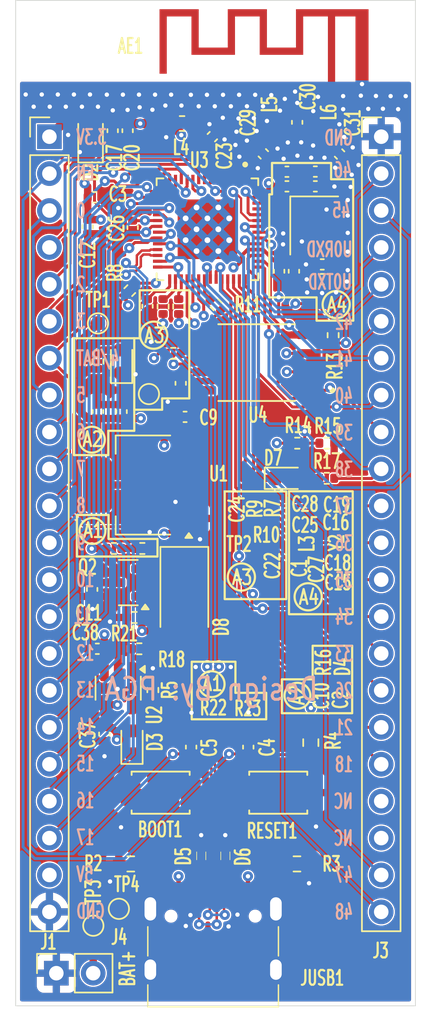
<source format=kicad_pcb>
(kicad_pcb (version 20241229) (generator "pcbnew") (generator_version "9.0")
  (layers (0 "F.Cu" signal "TOP") (4 "In1.Cu" signal "L2_GND") (6 "In2.Cu" signal "L3_POWER") (2 "B.Cu" signal "BOTTOM") (13 "F.Paste" user) (15 "B.Paste" user) (5 "F.SilkS" user "F.Silkscreen") (7 "B.SilkS" user "B.Silkscreen") (1 "F.Mask" user) (3 "B.Mask" user) (25 "Edge.Cuts" user))
  (net 0 "")
  (net 1 "Net-(U3-XTAL_N)")
  (net 2 "Net-(Y2-XIN)")
  (net 3 "VDD33")
  (net 4 "VDD_SPI")
  (net 5 "Net-(U3-LNA_IN{slash}RF)")
  (net 6 "Net-(AE1-PCB_Trace)")
  (net 7 "Net-(C31-Pad1)")
  (net 8 "Net-(U3-U0TXD{slash}PROG{slash}GPIO43)")
  (net 9 "U0TXD")
  (net 10 "GPIO2")
  (net 11 "GPIO48")
  (net 12 "GPIO37")
  (net 13 "GPIO3")
  (net 14 "Net-(U3-SPIQ{slash}GPIO31)")
  (net 15 "GPIO7")
  (net 16 "Net-(U3-SPICLK{slash}GPIO30)")
  (net 17 "GPIO42")
  (net 18 "GPIO35")
  (net 19 "GPIO13")
  (net 20 "Net-(U3-SPID{slash}GPIO32)")
  (net 21 "GPIO14")
  (net 22 "GPIO47")
  (net 23 "U0RXD")
  (net 24 "GPIO9")
  (net 25 "GPIO16")
  (net 26 "GPIO46")
  (net 27 "GPIO5")
  (net 28 "GPIO11")
  (net 29 "GPIO45")
  (net 30 "GPIO0")
  (net 31 "5VUSB")
  (net 32 "GPIO1")
  (net 33 "GPIO38")
  (net 34 "GPIO15")
  (net 35 "Net-(U3-SPIHD{slash}GPIO27)")
  (net 36 "GPIO12")
  (net 37 "CHIP_PU")
  (net 38 "GPIO41")
  (net 39 "GPIO39")
  (net 40 "GPIO36")
  (net 41 "GPIO17")
  (net 42 "GPIO40")
  (net 43 "GND")
  (net 44 "Net-(U3-SPIWP{slash}GPIO28)")
  (net 45 "SPICS0")
  (net 46 "GPIO6")
  (net 47 "Net-(U3-XTAL_P)")
  (net 48 "GPIO10")
  (net 49 "GPIO21")
  (net 50 "GPIO8")
  (net 51 "GPIO18")
  (net 52 "SPIWP")
  (net 53 "SPIHD")
  (net 54 "SPID")
  (net 55 "SPIQ")
  (net 56 "SPICLK")
  (net 57 "VDD3P3")
  (net 60 "USB_P")
  (net 62 "Net-(JUSB1-CC2)")
  (net 63 "USB_N")
  (net 64 "Net-(JUSB1-CC1)")
  (net 66 "GPIO33")
  (net 67 "GPIO26")
  (net 68 "GPIO34")
  (net 69 "5VSYS")
  (net 70 "VBAT")
  (net 71 "Net-(D3-K)")
  (net 72 "Net-(D7-A)")
  (net 73 "Net-(U2-PROG)")
  (net 74 "Net-(U2-STAT)")
  (net 75 "GPIO4{slash}BAT")
  (net 76 "Net-(D4-A)")
  (footprint "Resistor_SMD:R_0402_1005Metric" (layer "F.Cu") (at 138.895667 78.487999 90)
    (property "Reference" "R9")
    (property "Value" "0")
  )
  (footprint "Connector_PinHeader_2.54mm:PinHeader_1x22_P2.54mm_Vertical" (layer "F.Cu") (at 153.924 66.802)
    (property "Reference" "J3")
    (property "Value" "~")
  )
  (footprint "Capacitor_SMD:C_0402_1005Metric" (layer "F.Cu") (at 140.11 83.77 90)
    (property "Reference" "C22")
    (property "Value" "1uF")
  )
  (footprint "Capacitor_SMD:C_0402_1005Metric" (layer "F.Cu") (at 140.41 86.08 180)
    (property "Reference" "C9")
    (property "Value" "10uF")
  )
  (footprint "Resistor_SMD:R_0402_1005Metric" (layer "F.Cu") (at 137.260499 102.0373)
    (property "Reference" "R18")
    (property "Value" "1K")
  )
  (footprint "Resistor_SMD:R_0402_1005Metric" (layer "F.Cu") (at 135.509 95.134299)
    (property "Reference" "R22")
    (property "Value" "200K")
  )
  (footprint "Capacitor_SMD:C_0402_1005Metric" (layer "F.Cu") (at 137.8204 78.467999 -90)
    (property "Reference" "C24")
    (property "Value" "0.1uF")
  )
  (footprint "Capacitor_SMD:C_0402_1005Metric" (layer "F.Cu") (at 149.86 75.59)
    (property "Reference" "C18")
    (property "Value" "22pF")
  )
  (footprint "Capacitor_SMD:C_0402_1005Metric" (layer "F.Cu") (at 134.364899 102.0373 180)
    (property "Reference" "C38")
    (property "Value" "10uF")
  )
  (footprint "Inductor_SMD:L_0402_1005Metric" (layer "F.Cu") (at 149.6822 66.636947 135)
    (property "Reference" "L6")
    (property "Value" "TBD")
  )
  (footprint "Capacitor_SMD:C_0402_1005Metric" (layer "F.Cu") (at 136.45 66.39 -90)
    (property "Reference" "C20")
    (property "Value" "1uF")
  )
  (footprint "Inductor_SMD:L_0402_1005Metric" (layer "F.Cu") (at 146.817536 71.871142 90)
    (property "Reference" "L3")
    (property "Value" "24 nH")
  )
  (footprint "Resistor_SMD:R_0402_1005Metric" (layer "F.Cu") (at 142.54 78.37 135)
    (property "Reference" "R11")
    (property "Value" "0")
  )
  (footprint "Package_DFN_QFN:H5VL10B" (layer "F.Cu") (at 141.52 116.385 -90)
    (property "Reference" "D5")
    (property "Value" "~")
  )
  (footprint "Resistor_SMD:R_0402_1005Metric" (layer "F.Cu") (at 136.6012 77.3938 45)
    (property "Reference" "R8")
    (property "Value" "0")
  )
  (footprint "Package_TO_SOT_SMD:SOT-23" (layer "F.Cu") (at 136.4996 97.4852 180)
    (property "Reference" "Q2")
    (property "Value" "AO3401A")
  )
  (footprint "Capacitor_SMD:C_0402_1005Metric" (layer "F.Cu") (at 134.41 85.717367 90)
    (property "Reference" "C10")
    (property "Value" "10uF")
  )
  (footprint "RF_Antenna:Texas_SWRA117D_2.4GHz_Left" (layer "F.Cu") (at 150.5 63.18)
    (property "Reference" "AE1")
    (property "Value" "Antenna_Chip")
  )
  (footprint "Button_Switch_SMD:SW_TS-1088-AR02016" (layer "F.Cu") (at 146.829601 111.9378 180)
    (property "Reference" "RESET1")
    (property "Value" "TS-1088-AR02016")
  )
  (footprint "Resistor_SMD:R_0402_1005Metric" (layer "F.Cu") (at 137.4648 95.1343)
    (property "Reference" "R23")
    (property "Value" "200K")
  )
  (footprint "Capacitor_SMD:C_0402_1005Metric" (layer "F.Cu") (at 146.89 76.06 -90)
    (property "Reference" "C1")
    (property "Value" "10 nF")
  )
  (footprint "Resistor_SMD:R_0603_1608Metric" (layer "F.Cu") (at 148.12 116.84 180)
    (property "Reference" "R3")
    (property "Value" "5.1K")
  )
  (footprint "Package_TO_SOT_SMD:SOT-23-5" (layer "F.Cu") (at 135.8025 104.7496 -90)
    (property "Reference" "U2")
    (property "Value" "~")
  )
  (footprint "Resistor_SMD:R_0402_1005Metric" (layer "F.Cu") (at 134.41 82.2706 90)
    (property "Reference" "R16")
    (property "Value" "499")
  )
  (footprint "Capacitor_SMD:C_0402_1005Metric" (layer "F.Cu") (at 142.29 66.8 45)
    (property "Reference" "C23")
    (property "Value" "0.1uF")
  )
  (footprint "Capacitor_SMD:C_0402_1005Metric" (layer "F.Cu") (at 149.86 76.606)
    (property "Reference" "C15")
    (property "Value" "4.7pF")
  )
  (footprint "Resistor_SMD:R_0402_1005Metric" (layer "F.Cu") (at 150.61 80.46 -90)
    (property "Reference" "R13")
    (property "Value" "499")
  )
  (footprint "Capacitor_SMD:C_0402_1005Metric" (layer "F.Cu") (at 140.828078 108.802521 90)
    (property "Reference" "C5")
    (property "Value" "0.1uF")
  )
  (footprint "Capacitor_SMD:C_0402_1005Metric" (layer "F.Cu") (at 147.427136 70.217742)
    (property "Reference" "C25")
    (property "Value" "0.1uF")
  )
  (footprint "Capacitor_SMD:C_0402_1005Metric" (layer "F.Cu") (at 151.0538 67.9958 -45)
    (property "Reference" "C31")
    (property "Value" "TBD")
  )
  (footprint "Package_TO_SOT_SMD:SOT-223-3_TabPin2" (layer "F.Cu") (at 137.54 90.77 180)
    (property "Reference" "U1")
    (property "Value" "AMS1117-3.3")
  )
  (footprint "Capacitor_SMD:C_0402_1005Metric" (layer "F.Cu") (at 145.801536 67.982542 -45)
    (property "Reference" "C29")
    (property "Value" "15pF")
  )
  (footprint "Diode_SMD:D_SOD-323" (layer "F.Cu") (at 133.9 66.967258 90)
    (property "Reference" "D2")
    (property "Value" "ESD 3.3V")
  )
  (footprint "TestPoint:TestPoint_Pad_D1.0mm" (layer "F.Cu") (at 135.85 119.93 -90)
    (property "Reference" "TP4")
    (property "Value" "TestPoint")
  )
  (footprint "LED_SMD:LED_0603_1608Metric" (layer "F.Cu") (at 136.752499 108.4747 90)
    (property "Reference" "D3")
    (property "Value" "LED")
  )
  (footprint "Capacitor_SMD:C_0402_1005Metric" (layer "F.Cu") (at 134.0104 97.953699 -90)
    (property "Reference" "C11")
    (property "Value" "10uF")
  )
  (footprint "Capacitor_SMD:C_0402_1005Metric" (layer "F.Cu") (at 135.422 66.39 -90)
    (property "Reference" "C17")
    (property "Value" "10uF")
  )
  (footprint "Capacitor_SMD:C_0402_1005Metric" (layer "F.Cu") (at 147.91 76.06 -90)
    (property "Reference" "C27")
    (property "Value" "0.1uF")
  )
  (footprint "Inductor_SMD:L_0603_1608Metric" (layer "F.Cu") (at 140.204136 65.895742)
    (property "Reference" "L4")
    (property "Value" "2 nH")
  )
  (footprint "Connector_PinSocket_2.54mm:PinSocket_1x02_P2.54mm_Vertical" (layer "F.Cu") (at 131.5412 124.3588 90)
    (property "Reference" "J4")
    (property "Value" "Conn_01x02_Pin")
  )
  (footprint "Capacitor_SMD:C_0402_1005Metric" (layer "F.Cu") (at 149.382936 69.201742)
    (property "Reference" "C19")
    (property "Value" "4.7pF")
  )
  (footprint "Capacitor_SMD:C_0402_1005Metric" (layer "F.Cu") (at 133.7 73 -90)
    (property "Reference" "C12")
    (property "Value" "10uF")
  )
  (footprint "Resistor_SMD:R_0603_1608Metric" (layer "F.Cu") (at 136.67 116.84 180)
    (property "Reference" "R2")
    (property "Value" "5.1K")
  )
  (footprint "Capacitor_SMD:C_0402_1005Metric" (layer "F.Cu") (at 144.765078 108.802521 90)
    (property "Reference" "C4")
    (property "Value" "0.1uF")
  )
  (footprint "TestPoint:TestPoint_Pad_D1.0mm" (layer "F.Cu") (at 137.92 84.51)
    (property "Reference" "TP2")
    (property "Value" "TestPoint")
  )
  (footprint "Capacitor_SMD:C_0402_1005Metric" (layer "F.Cu") (at 136.8 73.06 -90)
    (property "Reference" "C26")
    (property "Value" "0.1uF")
  )
  (footprint "Capacitor_SMD:C_0402_1005Metric" (layer "F.Cu") (at 148.1328 65.814 90)
    (property "Reference" "C30")
    (property "Value" "15pF")
  )
  (footprint "Connector_USB:USB_TYPE_18" (layer "F.Cu") (at 142.3424 122.1667)
    (property "Reference" "JUSB1")
    (property "Value" "~")
  )
  (footprint "Diode_SMD:D_SMA" (layer "F.Cu") (at 140.3604 98.5379 -90)
    (property "Reference" "D8")
    (property "Value" "SS14")
  )
  (footprint "Resistor_SMD:R_0402_1005Metric" (layer "F.Cu") (at 138.1901 104.8766 -90)
    (property "Reference" "R5")
    (property "Value" "2K")
  )
  (footprint "Resistor_SMD:R_0402_1005Metric" (layer "F.Cu") (at 139.5984 81.7118 180)
    (property "Reference" "R10")
    (property "Value" "0")
  )
  (footprint "Capacitor_SMD:C_0402_1005Metric" (layer "F.Cu") (at 147.427136 69.21)
    (property "Reference" "C28")
    (property "Value" "1uF")
  )
  (footprint "ESP32-S3:IC_ESP32-S3" (layer "F.Cu") (at 141.949936 73.172642 -90)
    (property "Reference" "U3")
    (property "Value" "ESP32-S3")
  )
  (footprint "LED_SMD:LED_0603_1608Metric" (layer "F.Cu") (at 136.0356 82.2706 90)
    (property "Reference" "D4")
    (property "Value" "LED")
  )
  (footprint "Resistor_SMD:R_0402_1005Metric" (layer "F.Cu") (at 136.9291 99.883001)
    (property "Reference" "R21")
    (property "Value" "100K")
  )
  (footprint "Capacitor_SMD:C_0402_1005Metric" (layer "F.Cu") (at 136.0356 85.717367 90)
    (property "Reference" "C2")
    (property "Value" "0.1uF")
  )
  (footprint "TestPoint:TestPoint_Pad_D1.0mm" (layer "F.Cu") (at 134.41 79.65)
    (property "Reference" "TP1")
    (property "Value" "TestPoint")
  )
  (footprint "Capacitor_SMD:C_0402_1005Metric" (layer "F.Cu") (at 134.18 70.97)
    (property "Reference" "C3")
    (property "Value" "0.1uF")
  )
  (footprint "Connector_PinHeader_2.54mm:PinHeader_1x22_P2.54mm_Vertical" (layer "F.Cu") (at 131.064 66.802)
    (property "Reference" "J1")
    (property "Value" "~")
  )
  (footprint "Resistor_SMD:R_0603_1608Metric" (layer "F.Cu") (at 149.0726 108.4958 90)
    (property "Reference" "R4")
    (property "Value" "10K")
  )
  (footprint "Capacitor_SMD:C_0402_1005Metric" (layer "F.Cu") (at 149.382936 70.217742)
    (property "Reference" "C16")
    (property "Value" "22pF")
  )
  (footprint "TestPoint:TestPoint_Pad_D1.0mm" (layer "F.Cu") (at 134.09 121.09 -90)
    (property "Reference" "TP3")
    (property "Value" "TestPoint")
  )
  (footprint "Resistor_SMD:R_0402_1005Metric" (layer "F.Cu") (at 150.172 90.306164)
    (property "Reference" "R17")
    (property "Value" "499")
  )
  (footprint "Inductor_SMD:L_0402_1005Metric" (layer "F.Cu") (at 146.5072 66.5988 -135)
    (property "Reference" "L5")
    (property "Value" "4.7nH")
  )
  (footprint "Capacitor_SMD:C_0402_1005Metric" (layer "F.Cu") (at 134.847499 107.9047 -90)
    (property "Reference" "C37")
    (property "Value" "10uF")
  )
  (footprint "LED_SMD:LED_0603_1608Metric" (layer "F.Cu") (at 147.38 90.306164)
    (property "Reference" "D7")
    (property "Value" "LED")
  )
  (footprint "H5VL10B:H5VL10B" (layer "F.Cu") (at 143.18 116.385 -90)
    (property "Reference" "D6")
    (property "Value" "~")
  )
  (footprint "Crystal:Crystal_SMD_3225-4Pin_3.2x2.5mm" (layer "F.Cu") (at 149.306736 72.912542 -90)
    (property "Reference" "Y2")
    (property "Value" "~")
  )
  (footprint "Button_Switch_SMD:SW_TS-1088-AR02016" (layer "F.Cu") (at 138.727001 111.9378)
    (property "Reference" "BOOT1")
    (property "Value" "TS-1088-AR02016")
  )
  (footprint "Resistor_SMD:R_0402_1005Metric" (layer "F.Cu") (at 148.14 87.89 180)
    (property "Reference" "R14")
    (property "Value" "10k")
  )
  (footprint "Package_SO:SOIC127P790X216-8N" (layer "F.Cu") (at 145.3388 82.3468 180)
    (property "Reference" "U4")
    (property "Value" "W25Q128JVSIQ")
  )
  (footprint "Resistor_SMD:R_0402_1005Metric" (layer "F.Cu") (at 150.172 87.89 180)
    (property "Reference" "R15")
    (property "Value" "10k")
  )
  (footprint "Resistor_SMD:R_0402_1005Metric" (layer "F.Cu") (at 139.970933 78.487999 90)
    (property "Reference" "R7")
    (property "Value" "0")
  )
  (gr_arc (start 150.504292 64.676672) (mid 150.200008 65.650007) (end 149.395491 66.276672) (stroke (width 0.3556)) (layer "F.Cu") (net 6))
  (gr_line (start 133.51 80.67) (end 132.76 80.67) (stroke (width 0.1524)) (layer "F.SilkS"))
  (gr_line (start 138.28 95.69) (end 133.55 95.69) (stroke (width 0.1524)) (layer "F.SilkS"))
  (gr_circle (center 142.238933 104.47) (end 142.858933 105.11) (stroke (width 0.1524)) (fill no) (layer "F.SilkS"))
  (gr_line (start 133.74 92.83) (end 135.14 92.83) (stroke (width 0.1524)) (layer "F.SilkS"))
  (gr_circle (center 134.03 93.93) (end 134.65 94.57) (stroke (width 0.1524)) (fill no) (layer "F.SilkS"))
  (gr_line (start 146.4 70.77) (end 146.21 70.77) (stroke (width 0.1524)) (layer "F.SilkS"))
  (gr_line (start 132.76 80.67) (end 132.76 88.71) (stroke (width 0.1524)) (layer "F.SilkS"))
  (gr_line (start 146.21 70.77) (end 146.21 77.25) (stroke (width 0.1524)) (layer "F.SilkS"))
  (gr_line (start 143.88 102.928933) (end 140.87 102.928933) (stroke (width 0.1524)) (layer "F.SilkS"))
  (gr_line (start 135.12 88.71) (end 135.12 87.04) (stroke (width 0.1524)) (layer "F.SilkS"))
  (gr_line (start 137.285 80.67) (end 137.285 77.37) (stroke (width 0.1524)) (layer "F.SilkS"))
  (gr_line (start 138.83 85.59) (end 138.83 84.81) (stroke (width 0.1524)) (layer "F.SilkS"))
  (gr_line (start 136.91 80.67) (end 136.91 87.04) (stroke (width 0.1524)) (layer "F.SilkS"))
  (gr_line (start 146.4 68.615) (end 146.4 69.365) (stroke (width 0.1524)) (layer "F.SilkS"))
  (gr_line (start 147.08 106.47) (end 147.08 104.14) (stroke (width 0.1524)) (layer "F.SilkS"))
  (gr_line (start 146.4 69.365) (end 146.4 70.76) (stroke (width 0.1524)) (layer "F.SilkS"))
  (gr_line (start 133.45 95.69) (end 133.55 95.69) (stroke (width 0.1524)) (layer "F.SilkS"))
  (gr_line (start 133.74 92.83) (end 133.45 92.83) (stroke (width 0.1524)) (layer "F.SilkS"))
  (gr_line (start 149.2 104.14) (end 149.2 101.83) (stroke (width 0.1524)) (layer "F.SilkS"))
  (gr_rect (start 143.14 91.21) (end 147.38 98.62) (stroke (width 0.1524)) (fill no) (layer "F.SilkS"))
  (gr_circle (center 148.89 98.46) (end 149.531067 99.14) (stroke (width 0.1524)) (fill no) (layer "F.SilkS"))
  (gr_line (start 136.91 80.67) (end 133.51 80.67) (stroke (width 0.1524)) (layer "F.SilkS"))
  (gr_line (start 140.7 84.81) (end 140.7 77.37) (stroke (width 0.1524)) (layer "F.SilkS"))
  (gr_line (start 146 106.888933) (end 146 105.068933) (stroke (width 0.1524)) (layer "F.SilkS"))
  (gr_line (start 140.87 106.888933) (end 146 106.888933) (stroke (width 0.1524)) (layer "F.SilkS"))
  (gr_line (start 133.45 95.69) (end 132.96 95.69) (stroke (width 0.1524)) (layer "F.SilkS"))
  (gr_circle (center 148.151068 105.27) (end 148.791067 104.65) (stroke (width 0.1524)) (fill no) (layer "F.SilkS"))
  (gr_circle (center 133.99 87.65) (end 134.61 88.289999) (stroke (width 0.1524)) (fill no) (layer "F.SilkS"))
  (gr_line (start 138.51 95.69) (end 138.28 95.69) (stroke (width 0.1524)) (layer "F.SilkS"))
  (gr_circle (center 150.82 78.354541) (end 151.461067 79.034541) (stroke (width 0.1524)) (fill no) (layer "F.SilkS"))
  (gr_line (start 143.88 105.068933) (end 143.88 102.928933) (stroke (width 0.1524)) (layer "F.SilkS"))
  (gr_line (start 137.285 77.37) (end 140.7 77.37) (stroke (width 0.1524)) (layer "F.SilkS"))
  (gr_line (start 146.21 77.25) (end 146.21 77.86) (stroke (width 0.1524)) (layer "F.SilkS"))
  (gr_line (start 136.91 87.04) (end 135.12 87.04) (stroke (width 0.1524)) (layer "F.SilkS"))
  (gr_line (start 133.45 92.83) (end 132.96 92.83) (stroke (width 0.1524)) (layer "F.SilkS"))
  (gr_line (start 152 79.46) (end 151.99 69.73) (stroke (width 0.1524)) (layer "F.SilkS"))
  (gr_circle (center 138.25 80.46) (end 138.891067 81.14) (stroke (width 0.1524)) (fill no) (layer "F.SilkS"))
  (gr_line (start 140.87 102.928933) (end 140.87 106.888933) (stroke (width 0.1524)) (layer "F.SilkS"))
  (gr_line (start 151.92 101.83) (end 151.86 101.83) (stroke (width 0.1524)) (layer "F.SilkS"))
  (gr_line (start 151.99 69.73) (end 150.48 69.73) (stroke (width 0.1524)) (layer "F.SilkS"))
  (gr_line (start 150.47 69.29) (end 150.47 68.61) (stroke (width 0.1524)) (layer "F.SilkS"))
  (gr_line (start 151.92 106.47) (end 151.92 101.83) (stroke (width 0.1524)) (layer "F.SilkS"))
  (gr_line (start 146.21 77.86) (end 149.47 77.86) (stroke (width 0.1524)) (layer "F.SilkS"))
  (gr_line (start 132.76 88.71) (end 135.12 88.71) (stroke (width 0.1524)) (layer "F.SilkS"))
  (gr_line (start 137.285 80.67) (end 136.855 80.67) (stroke (width 0.1524)) (layer "F.SilkS"))
  (gr_rect (start 147.57 91.2) (end 151.96 99.66) (stroke (width 0.1524)) (fill no) (layer "F.SilkS"))
  (gr_line (start 149.2 101.83) (end 151.86 101.83) (stroke (width 0.1524)) (layer "F.SilkS"))
  (gr_line (start 138.83 84.81) (end 140.7 84.81) (stroke (width 0.1524)) (layer "F.SilkS"))
  (gr_line (start 150.47 68.61) (end 146.4 68.61) (stroke (width 0.1524)) (layer "F.SilkS"))
  (gr_line (start 151.92 106.47) (end 147.08 106.47) (stroke (width 0.1524)) (layer "F.SilkS"))
  (gr_line (start 138.51 94.48) (end 138.51 95.69) (stroke (width 0.1524)) (layer "F.SilkS"))
  (gr_line (start 136.17 94.48) (end 138.51 94.48) (stroke (width 0.1524)) (layer "F.SilkS"))
  (gr_line (start 147.08 104.14) (end 149.2 104.14) (stroke (width 0.1524)) (layer "F.SilkS"))
  (gr_line (start 149.47 77.86) (end 149.47 79.46) (stroke (width 0.1524)) (layer "F.SilkS"))
  (gr_line (start 149.48 79.46) (end 152 79.46) (stroke (width 0.1524)) (layer "F.SilkS"))
  (gr_line (start 135.14 94.48) (end 136.17 94.48) (stroke (width 0.1524)) (layer "F.SilkS"))
  (gr_line (start 135.14 92.83) (end 135.14 94.48) (stroke (width 0.1524)) (layer "F.SilkS"))
  (gr_line (start 150.47 69.73) (end 150.47 69.28) (stroke (width 0.1524)) (layer "F.SilkS"))
  (gr_circle (center 144.29 97.1) (end 144.931067 97.78) (stroke (width 0.1524)) (fill no) (layer "F.SilkS"))
  (gr_line (start 136.91 85.59) (end 138.83 85.59) (stroke (width 0.1524)) (layer "F.SilkS"))
  (gr_line (start 146 105.068933) (end 143.88 105.068933) (stroke (width 0.1524)) (layer "F.SilkS"))
  (gr_line (start 132.96 92.83) (end 132.96 95.69) (stroke (width 0.1524)) (layer "F.SilkS"))
  (gr_rect (start 128.74 57.4221) (end 156.28 126.6051) (stroke (width 0.05)) (fill no) (layer "Edge.Cuts"))
  (gr_text "A4" (at 148.151067 99.08 0) (layer "F.SilkS") (effects (font (size 1.016 0.762) (thickness 0.1524) (bold yes)) (justify left bottom)))
  (gr_text "A2" (at 148.72 106.01 90) (layer "F.SilkS") (effects (font (size 1.016 0.762) (thickness 0.1524) (bold yes)) (justify left bottom)))
  (gr_text "A4" (at 150.081067 78.974541 0) (layer "F.SilkS") (effects (font (size 1.016 0.762) (thickness 0.1524) (bold yes)) (justify left bottom)))
  (gr_text "BAT+" (at 137.04 125.36 90) (layer "F.SilkS") (effects (font (size 1.016 0.635) (thickness 0.1524) (bold yes)) (justify left bottom)))
  (gr_text "A1" (at 141.508933 105.018984 0) (layer "F.SilkS") (effects (font (size 1.016 0.762) (thickness 0.1524) (bold yes)) (justify left bottom)))
  (gr_text "A2" (at 133.25 88.218932 0) (layer "F.SilkS") (effects (font (size 1.016 0.762) (thickness 0.1524) (bold yes)) (justify left bottom)))
  (gr_text "A1" (at 133.3 94.478984 0) (layer "F.SilkS") (effects (font (size 1.016 0.762) (thickness 0.1524) (bold yes)) (justify left bottom)))
  (gr_text "A3" (at 137.511067 81.08 0) (layer "F.SilkS") (effects (font (size 1.016 0.762) (thickness 0.1524) (bold yes)) (justify left bottom)))
  (gr_text "A3" (at 143.551067 97.72 0) (layer "F.SilkS") (effects (font (size 1.016 0.762) (thickness 0.1524) (bold yes)) (justify left bottom)))
  (gr_text "14" (at 134.243333 108.009048 0) (layer "B.SilkS") (effects (font (size 1.016 0.635) (thickness 0.1524) (bold yes)) (justify left bottom mirror)))
  (gr_text "U0TXD" (at 151.99 77.4 0) (layer "B.SilkS") (effects (font (size 1.016 0.635) (thickness 0.1524) (bold yes)) (justify left bottom mirror)))
  (gr_text "46" (at 151.98 69.7 0) (layer "B.SilkS") (effects (font (size 1.016 0.635) (thickness 0.1524) (bold yes)) (justify left bottom mirror)))
  (gr_text "10" (at 134.243333 97.864286 0) (layer "B.SilkS") (effects (font (size 1.016 0.635) (thickness 0.1524) (bold yes)) (justify left bottom mirror)))
  (gr_text "45" (at 151.87 72.46 0) (layer "B.SilkS") (effects (font (size 1.016 0.635) (thickness 0.1524) (bold yes)) (justify left bottom mirror)))
  (gr_text "18" (at 152.06 110.595238 0) (layer "B.SilkS") (effects (font (size 1.016 0.635) (thickness 0.1524) (bold yes)) (justify left bottom mirror)))
  (gr_text "13" (at 134.243333 105.472857 0) (layer "B.SilkS") (effects (font (size 1.016 0.635) (thickness 0.1524) (bold yes)) (justify left bottom mirror)))
  (gr_text "0" (at 133.638571 72.502381 0) (layer "B.SilkS") (effects (font (size 1.016 0.635) (thickness 0.1524) (bold yes)) (justify left bottom mirror)))
  (gr_text "7" (at 133.638571 90.255714 0) (layer "B.SilkS") (effects (font (size 1.016 0.635) (thickness 0.1524) (bold yes)) (justify left bottom mirror)))
  (gr_text "41" (at 152.06 82.697143 0) (layer "B.SilkS") (effects (font (size 1.016 0.635) (thickness 0.1524) (bold yes)) (justify left bottom mirror)))
  (gr_text "5" (at 133.638571 85.183333 0) (layer "B.SilkS") (effects (font (size 1.016 0.635) (thickness 0.1524) (bold yes)) (justify left bottom mirror)))
  (gr_text "12" (at 134.243333 102.936667 0) (layer "B.SilkS") (effects (font (size 1.016 0.635) (thickness 0.1524) (bold yes)) (justify left bottom mirror)))
  (gr_text "16" (at 134.243333 113.081429 0) (layer "B.SilkS") (effects (font (size 1.016 0.635) (thickness 0.1524) (bold yes)) (justify left bottom mirror)))
  (gr_text "39" (at 152.06 87.769524 0) (layer "B.SilkS") (effects (font (size 1.016 0.635) (thickness 0.1524) (bold yes)) (justify left bottom mirror)))
  (gr_text "5V" (at 134.182857 118.15381 0) (layer "B.SilkS") (effects (font (size 1.016 0.635) (thickness 0.1524) (bold yes)) (justify left bottom mirror)))
  (gr_text "9" (at 133.638571 95.328095 0) (layer "B.SilkS") (effects (font (size 1.016 0.635) (thickness 0.1524) (bold yes)) (justify left bottom mirror)))
  (gr_text "33" (at 152.06 102.986667 0) (layer "B.SilkS") (effects (font (size 1.016 0.635) (thickness 0.1524) (bold yes)) (justify left bottom mirror)))
  (gr_text "NC" (at 152.06 113.131429 0) (layer "B.SilkS") (effects (font (size 1.016 0.635) (thickness 0.1524) (bold yes)) (justify left bottom mirror)))
  (gr_text "34" (at 152.06 100.450476 0) (layer "B.SilkS") (effects (font (size 1.016 0.635) (thickness 0.1524) (bold yes)) (justify left bottom mirror)))
  (gr_text "40" (at 152.06 85.233333 0) (layer "B.SilkS") (effects (font (size 1.016 0.635) (thickness 0.1524) (bold yes)) (justify left bottom mirror)))
  (gr_text "U0RXD" (at 152.03 75.16 0) (layer "B.SilkS") (effects (font (size 1.016 0.635) (thickness 0.1524) (bold yes)) (justify left bottom mirror)))
  (gr_text "36" (at 152.06 95.378095 0) (layer "B.SilkS") (effects (font (size 1.016 0.635) (thickness 0.1524) (bold yes)) (justify left bottom mirror)))
  (gr_text "GND" (at 152.06 67.48 0) (layer "B.SilkS") (effects (font (size 1.016 0.635) (thickness 0.1524) (bold yes)) (justify left bottom mirror)))
  (gr_text "GND" (at 134.969047 120.69 0) (layer "B.SilkS") (effects (font (size 1.016 0.635) (thickness 0.1524) (bold yes)) (justify left bottom mirror)))
  (gr_text "8" (at 133.638571 92.791905 0) (layer "B.SilkS") (effects (font (size 1.016 0.635) (thickness 0.1524) (bold yes)) (justify left bottom mirror)))
  (gr_text "Design By: PGA" (at 149.69 105.71 0) (layer "B.SilkS") (effects (font (size 1.524 1.27) (thickness 0.2032)) (justify left bottom mirror)))
  (gr_text "17" (at 134.243333 115.617619 0) (layer "B.SilkS") (effects (font (size 1.016 0.635) (thickness 0.1524) (bold yes)) (justify left bottom mirror)))
  (gr_text "48" (at 152.06 120.74 0) (layer "B.SilkS") (effects (font (size 1.016 0.635) (thickness 0.1524) (bold yes)) (justify left bottom mirror)))
  (gr_text "47" (at 152.06 118.20381 0) (layer "B.SilkS") (effects (font (size 1.016 0.635) (thickness 0.1524) (bold yes)) (justify left bottom mirror)))
  (gr_text "EN" (at 134.26 69.9 0) (layer "B.SilkS") (effects (font (size 1.016 0.635) (thickness 0.1524) (bold yes)) (justify left bottom mirror)))
  (gr_text "2" (at 133.638571 77.574762 0) (layer "B.SilkS") (effects (font (size 1.016 0.635) (thickness 0.1524) (bold yes)) (justify left bottom mirror)))
  (gr_text "6" (at 133.638571 87.719524 0) (layer "B.SilkS") (effects (font (size 1.016 0.635) (thickness 0.1524) (bold yes)) (justify left bottom mirror)))
  (gr_text "21" (at 152.06 108.059048 0) (layer "B.SilkS") (effects (font (size 1.016 0.635) (thickness 0.1524) (bold yes)) (justify left bottom mirror)))
  (gr_text "42" (at 152.06 80.160952 0) (layer "B.SilkS") (effects (font (size 1.016 0.635) (thickness 0.1524) (bold yes)) (justify left bottom mirror)))
  (gr_text "38" (at 152.06 90.305714 0) (layer "B.SilkS") (effects (font (size 1.016 0.635) (thickness 0.1524) (bold yes)) (justify left bottom mirror)))
  (gr_text "35" (at 152.06 97.914286 0) (layer "B.SilkS") (effects (font (size 1.016 0.635) (thickness 0.1524) (bold yes)) (justify left bottom mirror)))
  (gr_text "11" (at 134.05 100.4 0) (layer "B.SilkS") (effects (font (size 1.016 0.635) (thickness 0.1524) (bold yes)) (justify left bottom mirror)))
  (gr_text "4/BAT" (at 135.966905 82.647143 0) (layer "B.SilkS") (effects (font (size 1.016 0.635) (thickness 0.1524) (bold yes)) (justify left bottom mirror)))
  (gr_text "1" (at 133.638571 75.038571 0) (layer "B.SilkS") (effects (font (size 1.016 0.635) (thickness 0.1524) (bold yes)) (justify left bottom mirror)))
  (gr_text "NC" (at 152.06 115.667619 0) (layer "B.SilkS") (effects (font (size 1.016 0.635) (thickness 0.1524) (bold yes)) (justify left bottom mirror)))
  (gr_text "3" (at 133.638571 80.110952 0) (layer "B.SilkS") (effects (font (size 1.016 0.635) (thickness 0.1524) (bold yes)) (justify left bottom mirror)))
  (gr_text "3.3V" (at 135.09 67.43 0) (layer "B.SilkS") (effects (font (size 1.016 0.635) (thickness 0.1524) (bold yes)) (justify left bottom mirror)))
  (gr_text "15" (at 134.243333 110.545238 0) (layer "B.SilkS") (effects (font (size 1.016 0.635) (thickness 0.1524) (bold yes)) (justify left bottom mirror)))
  (gr_text "37" (at 152.06 92.841905 0) (layer "B.SilkS") (effects (font (size 1.016 0.635) (thickness 0.1524) (bold yes)) (justify left bottom mirror)))
  (gr_text "26" (at 152.06 105.522857 0) (layer "B.SilkS") (effects (font (size 1.016 0.635) (thickness 0.1524) (bold yes)) (justify left bottom mirror)))
  (segment (start 150.34 76.606) (end 150.34 75.59) (width 0.2032) (layer "F.Cu") (net 1))
  (segment (start 146.2278 72.623794) (end 146.484748 72.880742) (width 0.2032) (layer "F.Cu") (net 1))
  (segment (start 150.34 75.59) (end 150.34 74.195806) (width 0.2032) (layer "F.Cu") (net 1))
  (segment (start 149.837536 74.331742) (end 150.156736 74.012542) (width 0.2032) (layer "F.Cu") (net 1))
  (segment (start 145.940642 71.772642) (end 146.2278 72.0598) (width 0.2032) (layer "F.Cu") (net 1))
  (segment (start 145.374936 71.772642) (end 145.940642 71.772642) (width 0.2032) (layer "F.Cu") (net 1))
  (segment (start 146.2278 72.0598) (end 146.2278 72.623794) (width 0.2032) (layer "F.Cu") (net 1))
  (segment (start 149.084136 72.880742) (end 150.156736 73.953342) (width 0.2032) (layer "F.Cu") (net 1))
  (segment (start 150.34 74.195806) (end 150.156736 74.012542) (width 0.2032) (layer "F.Cu") (net 1))
  (segment (start 146.484748 72.880742) (end 149.084136 72.880742) (width 0.2032) (layer "F.Cu") (net 1))
  (segment (start 150.156736 73.953342) (end 150.156736 74.012542) (width 0.2032) (layer "F.Cu") (net 1))
  (segment (start 146.817536 72.356142) (end 147.913136 72.356142) (width 0.2032) (layer "F.Cu") (net 2))
  (segment (start 148.902936 71.366342) (end 148.902936 70.217742) (width 0.2032) (layer "F.Cu") (net 2))
  (segment (start 148.456736 71.812542) (end 148.902936 71.366342) (width 0.2032) (layer "F.Cu") (net 2))
  (segment (start 147.913136 72.356142) (end 148.456736 71.812542) (width 0.2032) (layer "F.Cu") (net 2))
  (segment (start 148.902936 70.217742) (end 148.902936 69.201742) (width 0.2032) (layer "F.Cu") (net 2))
  (segment (start 134.6 72.51) (end 133.71 72.51) (width 0.508) (layer "F.Cu") (net 3))
  (segment (start 137.32 65.898342) (end 136.679258 65.898342) (width 0.635) (layer "F.Cu") (net 3))
  (segment (start 139.414036 65.898342) (end 139.416636 65.895742) (width 0.635) (layer "F.Cu") (net 3))
  (segment (start 137.892736 65.898342) (end 137.32 65.898342) (width 0.635) (layer "F.Cu") (net 3))
  (segment (start 145.374936 74.572642) (end 145.792642 74.572642) (width 0.254) (layer "F.Cu") (net 3))
  (segment (start 131.948742 65.917258) (end 131.064 66.802) (width 0.635) (layer "F.Cu") (net 3))
  (segment (start 147.630001 87.89) (end 146.73 87.89) (width 0.2032) (layer "F.Cu") (net 3))
  (segment (start 133.7 70.2254) (end 133.4873 70.0127) (width 0.508) (layer "F.Cu") (net 3))
  (segment (start 134.390001 90.77) (end 140.689999 90.77) (width 0.508) (layer "F.Cu") (net 3))
  (segment (start 133.71 72.51) (end 133.7 72.52) (width 0.508) (layer "F.Cu") (net 3))
  (segment (start 138.524936 72.572642) (end 137.647442 72.572642) (width 0.2032) (layer "F.Cu") (net 3))
  (segment (start 143.85646 75.80274) (end 144.3 75.3592) (width 0.254) (layer "F.Cu") (net 3))
  (segment (start 146.947136 69.21) (end 146.947136 70.217742) (width 0.508) (layer "F.Cu") (net 3))
  (segment (start 134.390001 86.217366) (end 134.41 86.197367) (width 0.508) (layer "F.Cu") (net 3))
  (segment (start 145.917958 70.972642) (end 146.177 70.7136) (width 0.2032) (layer "F.Cu") (net 3))
  (segment (start 134.390001 90.77) (end 134.390001 86.217366) (width 0.508) (layer "F.Cu") (net 3))
  (segment (start 137.892736 65.898342) (end 139.414036 65.898342) (width 0.635) (layer "F.Cu") (net 3))
  (segment (start 133.7 72.52) (end 133.7 70.97) (width 0.508) (layer "F.Cu") (net 3))
  (segment (start 144.3 75.3592) (end 144.3 74.99) (width 0.254) (layer "F.Cu") (net 3))
  (segment (start 134.035258 65.91) (end 134.028 65.917258) (width 0.635) (layer "F.Cu") (net 3))
  (segment (start 136.679258 65.898342) (end 136.6676 65.91) (width 0.635) (layer "F.Cu") (net 3))
  (segment (start 133.7994 82.7806) (end 134.41 82.7806) (width 0.508) (layer "F.Cu") (net 3))
  (segment (start 133.7 70.97) (end 133.7 70.2254) (width 0.508) (layer "F.Cu") (net 3))
  (segment (start 135.55 65.91) (end 134.035258 65.91) (width 0.635) (layer "F.Cu") (net 3))
  (segment (start 146.947136 70.217742) (end 146.392342 70.217742) (width 0.508) (layer "F.Cu") (net 3))
  (segment (start 144.717358 74.572642) (end 145.374936 74.572642) (width 0.254) (layer "F.Cu") (net 3))
  (segment (start 134.41 86.197367) (end 136.0356 86.197367) (width 0.508) (layer "F.Cu") (net 3))
  (segment (start 145.792642 74.572642) (end 146.8 75.58) (width 0.254) (layer "F.Cu") (net 3))
  (segment (start 145.387436 70.572642) (end 145.936958 70.572642) (width 0.2032) (layer "F.Cu") (net 3))
  (segment (start 133.17 83.41) (end 133.7994 82.7806) (width 0.508) (layer "F.Cu") (net 3))
  (segment (start 145.387436 70.972642) (end 145.917958 70.972642) (width 0.2032) (layer "F.Cu") (net 3))
  (segment (start 145.936958 70.572642) (end 146.177 70.3326) (width 0.2032) (layer "F.Cu") (net 3))
  (segment (start 140.15 66.69) (end 140.15 66.629106) (width 0.635) (layer "F.Cu") (net 3))
  (segment (start 137.647442 72.572642) (end 137.6426 72.5678) (width 0.2032) (layer "F.Cu") (net 3))
  (segment (start 133.737 72.51) (end 133.731 72.504) (width 0.508) (layer "F.Cu") (net 3))
  (segment (start 136.6676 65.91) (end 135.55 65.91) (width 0.635) (layer "F.Cu") (net 3))
  (segment (start 146.177 70.7136) (end 146.177 70.0024) (width 0.2032) (layer "F.Cu") (net 3))
  (segment (start 146.89 75.58) (end 147.91 75.58) (width 0.254) (layer "F.Cu") (net 3))
  (segment (start 140.15 66.629106) (end 139.416636 65.895742) (width 0.635) (layer "F.Cu") (net 3))
  (segment (start 149.08 107.6634) (end 149.0726 107.6708) (width 0.2032) (layer "F.Cu") (net 3))
  (segment (start 136.8 72.58) (end 137.6304 72.58) (width 0.2032) (layer "F.Cu") (net 3))
  (segment (start 146.8 75.58) (end 146.89 75.58) (width 0.254) (layer "F.Cu") (net 3))
  (segment (start 134.41 86.197367) (end 133.707367 86.197367) (width 0.508) (layer "F.Cu") (net 3))
  (segment (start 144.3 74.99) (end 144.717358 74.572642) (width 0.254) (layer "F.Cu") (net 3))
  (segment (start 134.41 79.65) (end 133.17 80.89) (width 0.508) (layer "F.Cu") (net 3))
  (segment (start 136.0356 86.197367) (end 137.342633 86.197367) (width 0.508) (layer "F.Cu") (net 3))
  (segment (start 146.177 70.3326) (end 146.177 70.0024) (width 0.254) (layer "F.Cu") (net 3))
  (segment (start 133.707367 86.197367) (end 133.17 85.66) (width 0.508) (layer "F.Cu") (net 3))
  (segment (start 131.2418 66.9798) (end 131.064 66.802) (width 0.635) (layer "F.Cu") (net 3))
  (segment (start 134.390001 86.215199) (end 134.41 86.1952) (width 0.508) (layer "F.Cu") (net 3))
  (segment (start 146.392342 70.217742) (end 146.177 70.0024) (width 0.508) (layer "F.Cu") (net 3))
  (segment (start 134.028 65.917258) (end 131.948742 65.917258) (width 0.635) (layer "F.Cu") (net 3))
  (segment (start 137.342633 86.197367) (end 137.36 86.18) (width 0.508) (layer "F.Cu") (net 3))
  (segment (start 149.08 106.11) (end 149.08 107.6634) (width 0.2032) (layer "F.Cu") (net 3))
  (segment (start 143.743758 75.80274) (end 143.85646 75.80274) (width 0.254) (layer "F.Cu") (net 3))
  (segment (start 133.17 85.66) (end 133.17 83.41) (width 0.508) (layer "F.Cu") (net 3))
  (segment (start 133.17 80.89) (end 133.17 83.41) (width 0.508) (layer "F.Cu") (net 3))
  (segment (start 137.6304 72.58) (end 137.6426 72.5678) (width 0.2032) (layer "F.Cu") (net 3))
  (via (at 137.36 86.18) (size 0.700001) (drill 0.299999) (layers "F.Cu" "B.Cu") (net 3))
  (via (at 133.4873 70.0127) (size 0.700001) (drill 0.299999) (layers "F.Cu" "B.Cu") (net 3))
  (via (at 140.15 66.69) (size 0.700001) (drill 0.299999) (layers "F.Cu" "B.Cu") (net 3))
  (via (at 146.177 70.0024) (size 0.700001) (drill 0.299999) (layers "F.Cu" "B.Cu") (net 3))
  (via (at 146.73 87.89) (size 0.700001) (drill 0.299999) (layers "F.Cu" "B.Cu") (net 3))
  (via (at 149.08 106.11) (size 0.700001) (drill 0.299999) (layers "F.Cu" "B.Cu") (net 3))
  (via (at 137.32 65.898342) (size 0.700001) (drill 0.299999) (layers "F.Cu" "B.Cu") (net 3))
  (via (at 143.743758 75.80274) (size 0.700001) (drill 0.299999) (layers "F.Cu" "B.Cu") (net 3))
  (via (at 134.6 72.51) (size 0.700001) (drill 0.299999) (layers "F.Cu" "B.Cu") (net 3))
  (via (at 137.6426 72.5678) (size 0.700001) (drill 0.299999) (layers "F.Cu" "B.Cu") (net 3))
  (segment (start 139.41 84.25) (end 137.08 81.92) (width 0.3556) (layer "F.Cu") (net 4))
  (segment (start 137.8204 77.987999) (end 138.355399 77.453) (width 0.2032) (layer "F.Cu") (net 4))
  (segment (start 140.11 84.25) (end 139.41 84.25) (width 0.3556) (layer "F.Cu") (net 4))
  (segment (start 137.08 81.92) (end 137.08 78.728399) (width 0.3556) (layer "F.Cu") (net 4))
  (segment (start 141.7338 84.251799) (end 140.111799 84.251799) (width 0.3556) (layer "F.Cu") (net 4))
  (segment (start 137.08 78.728399) (end 137.8204 77.987999) (width 0.3556) (layer "F.Cu") (net 4))
  (segment (start 139.017 77.453) (end 139.349936 77.120064) (width 0.2032) (layer "F.Cu") (net 4))
  (segment (start 138.355399 77.453) (end 139.017 77.453) (width 0.2032) (layer "F.Cu") (net 4))
  (segment (start 140.111799 84.251799) (end 140.11 84.25) (width 0.254) (layer "F.Cu") (net 4))
  (segment (start 139.349936 77.120064) (end 139.349936 76.597642) (width 0.2032) (layer "F.Cu") (net 4))
  (segment (start 145.456869 67.643131) (end 145.030775 68.069225) (width 0.3556) (layer "F.Cu") (net 5))
  (segment (start 145.462125 67.643131) (end 145.820656 67.2846) (width 0.3556) (layer "F.Cu") (net 5))
  (segment (start 145.462125 67.643131) (end 145.456869 67.643131) (width 0.3556) (layer "F.Cu") (net 5))
  (segment (start 145.356002 67.749254) (end 145.462125 67.643131) (width 0.2032) (layer "F.Cu") (net 5))
  (segment (start 144.5514 69.746178) (end 144.549936 69.747642) (width 0.2032) (layer "F.Cu") (net 5))
  (segment (start 144.549936 69.370064) (end 144.55 69.37) (width 0.2032) (layer "F.Cu") (net 5))
  (segment (start 144.55 69.37) (end 144.55 69.23) (width 0.2032) (layer "F.Cu") (net 5))
  (segment (start 144.549936 69.747642) (end 144.549936 69.370064) (width 0.2032) (layer "F.Cu") (net 5))
  (segment (start 145.8214 67.2846) (end 146.164253 66.941747) (width 0.3556) (layer "F.Cu") (net 5))
  (segment (start 144.549936 69.747642) (end 144.549936 69.695269) (width 0.2032) (layer "F.Cu") (net 5))
  (arc (start 145.030775 68.069225) (mid 144.674949 68.601756) (end 144.55 69.23) (width 0.3556) (layer "F.Cu") (net 5))
  (segment (start 148.094653 66.255853) (end 148.1328 66.294) (width 0.3556) (layer "F.Cu") (net 6))
  (segment (start 149.378163 66.294) (end 149.395491 66.276672) (width 0.3556) (layer "F.Cu") (net 6))
  (segment (start 150.504292 64.676672) (end 150.504292 63.184292) (width 0.3556) (layer "F.Cu") (net 6))
  (segment (start 149.339253 66.294) (end 149.339253 66.290747) (width 0.3556) (layer "F.Cu") (net 6))
  (segment (start 148.1328 66.294) (end 149.339253 66.294) (width 0.3556) (layer "F.Cu") (net 6))
  (segment (start 150.504292 63.184292) (end 150.5 63.18) (width 0.3556) (layer "F.Cu") (net 6))
  (segment (start 146.850147 66.255853) (end 148.094653 66.255853) (width 0.3556) (layer "F.Cu") (net 6))
  (segment (start 149.339253 66.294) (end 149.378163 66.294) (width 0.3556) (layer "F.Cu") (net 6))
  (segment (start 150.037894 66.979894) (end 150.714389 67.656389) (width 0.3556) (layer "F.Cu") (net 7))
  (segment (start 150.025147 66.979894) (end 150.037894 66.979894) (width 0.3556) (layer "F.Cu") (net 7))
  (segment (start 150.61 79.435301) (end 150.61 79.950001) (width 0.2032) (layer "F.Cu") (net 8))
  (segment (start 148.01066 78.29) (end 149.464699 78.29) (width 0.2032) (layer "F.Cu") (net 8))
  (segment (start 146.24295 73.372642) (end 145.374936 73.372642) (width 0.2032) (layer "F.Cu") (net 8))
  (segment (start 146.287393 73.417085) (end 146.24295 73.372642) (width 0.254) (layer "F.Cu") (net 8))
  (segment (start 148.01 78.28934) (end 148.01066 78.29) (width 0.2032) (layer "F.Cu") (net 8))
  (segment (start 149.464699 78.29) (end 150.61 79.435301) (width 0.2032) (layer "F.Cu") (net 8))
  (via (at 146.287393 73.417085) (size 0.700001) (drill 0.299999) (layers "F.Cu" "B.Cu") (net 8))
  (via (at 148.01 78.28934) (size 0.700001) (drill 0.299999) (layers "F.Cu" "B.Cu") (net 8))
  (segment (start 147.7316 78.56774) (end 148.01 78.28934) (width 0.2032) (layer "B.Cu") (net 8))
  (segment (start 146.282915 73.417085) (end 145.768372 73.931628) (width 0.2032) (layer "B.Cu") (net 8))
  (segment (start 145.768372 77.551596) (end 146.784516 78.56774) (width 0.2032) (layer "B.Cu") (net 8))
  (segment (start 145.768372 73.931628) (end 145.768372 77.551596) (width 0.2032) (layer "B.Cu") (net 8))
  (segment (start 146.287393 73.417085) (end 146.282915 73.417085) (width 0.2032) (layer "B.Cu") (net 8))
  (segment (start 146.784516 78.56774) (end 147.7316 78.56774) (width 0.2032) (layer "B.Cu") (net 8))
  (segment (start 150.640001 81) (end 150.61 80.969999) (width 0.2032) (layer "F.Cu") (net 9))
  (segment (start 151.49 81) (end 150.640001 81) (width 0.2032) (layer "F.Cu") (net 9))
  (via (at 151.49 81) (size 0.700001) (drill 0.299999) (layers "F.Cu" "B.Cu") (net 9))
  (segment (start 151.49 81) (end 151.49 79.39) (width 0.2032) (layer "B.Cu") (net 9))
  (segment (start 151.49 79.39) (end 153.918 76.962) (width 0.2032) (layer "B.Cu") (net 9))
  (segment (start 153.918 76.962) (end 153.924 76.962) (width 0.2032) (layer "B.Cu") (net 9))
  (segment (start 131.064 76.962) (end 132.4912 75.5348) (width 0.2032) (layer "F.Cu") (net 10))
  (segment (start 132.9212 69.0288) (end 133.7012 69.0288) (width 0.2032) (layer "F.Cu") (net 10))
  (segment (start 134.687999 68.042001) (end 141.105225 68.042001) (width 0.2032) (layer "F.Cu") (net 10))
  (segment (start 132.4912 69.4588) (end 132.9212 69.0288) (width 0.2032) (layer "F.Cu") (net 10))
  (segment (start 141.105225 68.042001) (end 142.149936 69.086712) (width 0.2032) (layer "F.Cu") (net 10))
  (segment (start 133.7012 69.0288) (end 134.687999 68.042001) (width 0.2032) (layer "F.Cu") (net 10))
  (segment (start 132.4912 75.5348) (end 132.4912 69.4588) (width 0.2032) (layer "F.Cu") (net 10))
  (segment (start 142.149936 69.086712) (end 142.149936 69.747642) (width 0.2032) (layer "F.Cu") (net 10))
  (segment (start 142.149936 76.029936) (end 141.92 75.8) (width 0.2032) (layer "F.Cu") (net 11))
  (segment (start 142.149936 76.597642) (end 142.149936 76.029936) (width 0.2032) (layer "F.Cu") (net 11))
  (via (at 141.92 75.8) (size 0.700001) (drill 0.299999) (layers "F.Cu" "B.Cu") (net 11))
  (segment (start 147.13 91.45) (end 147.13 113.36) (width 0.2032) (layer "B.Cu") (net 11))
  (segment (start 141.92 76.958388) (end 144.4612 79.499588) (width 0.2032) (layer "B.Cu") (net 11))
  (segment (start 144.4612 79.499588) (end 144.4612 88.7812) (width 0.2032) (layer "B.Cu") (net 11))
  (segment (start 153.912 120.142) (end 153.924 120.142) (width 0.2032) (layer "B.Cu") (net 11))
  (segment (start 141.92 75.8) (end 141.92 76.958388) (width 0.2032) (layer "B.Cu") (net 11))
  (segment (start 147.13 113.36) (end 153.912 120.142) (width 0.2032) (layer "B.Cu") (net 11))
  (segment (start 144.4612 88.7812) (end 147.13 91.45) (width 0.2032) (layer "B.Cu") (net 11))
  (segment (start 144.549936 76.597642) (end 144.549936 77.059936) (width 0.2032) (layer "F.Cu") (net 12))
  (segment (start 147.102 92.202) (end 153.924 92.202) (width 0.2032) (layer "F.Cu") (net 12))
  (segment (start 145.1288 77.6388) (end 145.1288 90.2288) (width 0.2032) (layer "F.Cu") (net 12))
  (segment (start 145.1288 90.2288) (end 147.102 92.202) (width 0.2032) (layer "F.Cu") (net 12))
  (segment (start 144.549936 77.059936) (end 145.1288 77.6388) (width 0.2032) (layer "F.Cu") (net 12))
  (segment (start 132.84 76.91) (end 132.84 69.8) (width 0.2032) (layer "F.Cu") (net 13))
  (segment (start 134.825187 68.373201) (end 140.968037 68.373201) (width 0.2032) (layer "F.Cu") (net 13))
  (segment (start 131.064 78.686) (end 132.84 76.91) (width 0.2032) (layer "F.Cu") (net 13))
  (segment (start 131.064 79.502) (end 131.064 78.686) (width 0.2032) (layer "F.Cu") (net 13))
  (segment (start 132.84 69.8) (end 133.28 69.36) (width 0.2032) (layer "F.Cu") (net 13))
  (segment (start 140.968037 68.373201) (end 141.749936 69.1551) (width 0.2032) (layer "F.Cu") (net 13))
  (segment (start 141.749936 69.1551) (end 141.749936 69.747642) (width 0.2032) (layer "F.Cu") (net 13))
  (segment (start 133.838388 69.36) (end 134.825187 68.373201) (width 0.2032) (layer "F.Cu") (net 13))
  (segment (start 133.28 69.36) (end 133.838388 69.36) (width 0.2032) (layer "F.Cu") (net 13))
  (segment (start 131.108362 79.502) (end 131.064 79.502) (width 0.2032) (layer "F.Cu") (net 13))
  (segment (start 131.064 79.502) (end 131.064 79.466) (width 0.2032) (layer "B.Cu") (net 13))
  (segment (start 131.064 79.502) (end 131.0895 79.502) (width 0.2032) (layer "B.Cu") (net 13))
  (segment (start 138.39 76.88) (end 137.115 76.88) (width 0.2032) (layer "F.Cu") (net 14))
  (segment (start 141.694283 79.126283) (end 141.693936 79.125936) (width 0.2032) (layer "F.Cu") (net 14))
  (segment (start 137.115 76.88) (end 136.961824 77.033176) (width 0.2032) (layer "F.Cu") (net 14))
  (segment (start 141.693936 78.313936) (end 141.349936 77.969936) (width 0.2032) (layer "F.Cu") (net 14))
  (segment (start 141.349936 77.969936) (end 141.349936 76.597642) (width 0.2032) (layer "F.Cu") (net 14))
  (segment (start 141.693936 79.125936) (end 141.693936 78.313936) (width 0.2032) (layer "F.Cu") (net 14))
  (via (at 141.694283 79.126283) (size 0.700001) (drill 0.299999) (layers "F.Cu" "B.Cu") (net 14))
  (via (at 138.39 76.88) (size 0.700001) (drill 0.299999) (layers "F.Cu" "B.Cu") (net 14))
  (segment (start 135.697772 69.035601) (end 139.932095 69.035601) (width 0.2032) (layer "F.Cu") (net 15))
  (segment (start 140.149936 69.253442) (end 140.149936 69.747642) (width 0.2032) (layer "F.Cu") (net 15))
  (segment (start 139.932095 69.035601) (end 140.149936 69.253442) (width 0.2032) (layer "F.Cu") (net 15))
  (segment (start 135.457472 69.275901) (end 135.697772 69.035601) (width 0.2032) (layer "F.Cu") (net 15))
  (via (at 135.457472 69.275901) (size 0.700001) (drill 0.299999) (layers "F.Cu" "B.Cu") (net 15))
  (segment (start 133.21 69.28) (end 132.806 69.684) (width 0.2032) (layer "B.Cu") (net 15))
  (segment (start 132.4748 73.581648) (end 132.4748 88.2512) (width 0.2032) (layer "B.Cu") (net 15))
  (segment (start 135.453373 69.28) (end 133.21 69.28) (width 0.2032) (layer "B.Cu") (net 15))
  (segment (start 132.4748 88.2512) (end 131.064 89.662) (width 0.2032) (layer "B.Cu") (net 15))
  (segment (start 132.806 73.250448) (end 132.4748 73.581648) (width 0.2032) (layer "B.Cu") (net 15))
  (segment (start 132.806 69.684) (end 132.806 73.250448) (width 0.2032) (layer "B.Cu") (net 15))
  (segment (start 135.457472 69.275901) (end 135.453373 69.28) (width 0.2032) (layer "B.Cu") (net 15))
  (segment (start 138.27 82.04) (end 138.5982 81.7118) (width 0.2032) (layer "F.Cu") (net 16))
  (segment (start 138.5982 81.7118) (end 139.088401 81.7118) (width 0.2032) (layer "F.Cu") (net 16))
  (segment (start 141.121436 78.549659) (end 140.949936 78.37816) (width 0.2032) (layer "F.Cu") (net 16))
  (segment (start 140.949936 78.37816) (end 140.949936 76.597642) (width 0.2032) (layer "F.Cu") (net 16))
  (via (at 138.27 82.04) (size 0.700001) (drill 0.299999) (layers "F.Cu" "B.Cu") (net 16))
  (via (at 141.121436 78.549659) (size 0.700001) (drill 0.299999) (layers "F.Cu" "B.Cu") (net 16))
  (segment (start 146.86 77.85) (end 146.86 79.0503) (width 0.2032) (layer "F.Cu") (net 17))
  (segment (start 146.306285 74.245615) (end 145.833312 73.772642) (width 0.2032) (layer "F.Cu") (net 17))
  (segment (start 145.833312 73.772642) (end 145.374936 73.772642) (width 0.2032) (layer "F.Cu") (net 17))
  (segment (start 146.340872 74.245615) (end 146.306285 74.245615) (width 0.2032) (layer "F.Cu") (net 17))
  (segment (start 146.86 79.0503) (end 147.58 79.7703) (width 0.2032) (layer "F.Cu") (net 17))
  (via (at 146.86 77.85) (size 0.700001) (drill 0.299999) (layers "F.Cu" "B.Cu") (net 17))
  (via (at 146.340872 74.245615) (size 0.700001) (drill 0.299999) (layers "F.Cu" "B.Cu") (net 17))
  (via (at 147.58 79.7703) (size 0.700001) (drill 0.299999) (layers "F.Cu" "B.Cu") (net 17))
  (segment (start 146.34 76.28) (end 146.34 74.246487) (width 0.2032) (layer "B.Cu") (net 17))
  (segment (start 153.924 79.502) (end 151.816 81.61) (width 0.2032) (layer "B.Cu") (net 17))
  (segment (start 151.816 81.61) (end 149.4197 81.61) (width 0.2032) (layer "B.Cu") (net 17))
  (segment (start 146.86 77.85) (end 146.86 76.8) (width 0.2032) (layer "B.Cu") (net 17))
  (segment (start 146.34 74.246487) (end 146.340872 74.245615) (width 0.2032) (layer "B.Cu") (net 17))
  (segment (start 149.4197 81.61) (end 147.58 79.7703) (width 0.2032) (layer "B.Cu") (net 17))
  (segment (start 146.86 76.8) (end 146.34 76.28) (width 0.2032) (layer "B.Cu") (net 17))
  (segment (start 143.749936 77.196712) (end 144.223951 77.670727) (width 0.2032) (layer "F.Cu") (net 18))
  (segment (start 151.152 97.282) (end 153.924 97.282) (width 0.2032) (layer "F.Cu") (net 18))
  (segment (start 143.749936 76.597642) (end 143.749936 77.196712) (width 0.2032) (layer "F.Cu") (net 18))
  (segment (start 144.223951 77.670727) (end 144.223951 90.353951) (width 0.2032) (layer "F.Cu") (net 18))
  (segment (start 144.223951 90.353951) (end 151.152 97.282) (width 0.2032) (layer "F.Cu") (net 18))
  (segment (start 139.259022 71.772642) (end 138.524936 71.772642) (width 0.2032) (layer "F.Cu") (net 19))
  (segment (start 139.317864 71.7138) (end 139.259022 71.772642) (width 0.2032) (layer "F.Cu") (net 19))
  (via (at 139.317864 71.7138) (size 0.700001) (drill 0.299999) (layers "F.Cu" "B.Cu") (net 19))
  (segment (start 134.97 95.330362) (end 134.97 99.53) (width 0.2032) (layer "B.Cu") (net 19))
  (segment (start 133.76 102.206) (end 131.064 104.902) (width 0.2032) (layer "B.Cu") (net 19))
  (segment (start 139.317864 71.7138) (end 139.310964 71.7069) (width 0.2032) (layer "B.Cu") (net 19))
  (segment (start 134.97 99.53) (end 133.76 100.74) (width 0.2032) (layer "B.Cu") (net 19))
  (segment (start 134.462 94.822362) (end 134.97 95.330362) (width 0.2032) (layer "B.Cu") (net 19))
  (segment (start 137.159876 71.7069) (end 134.462001 74.404775) (width 0.2032) (layer "B.Cu") (net 19))
  (segment (start 139.310964 71.7069) (end 137.159876 71.7069) (width 0.2032) (layer "B.Cu") (net 19))
  (segment (start 134.462001 74.404775) (end 134.462 94.822362) (width 0.2032) (layer "B.Cu") (net 19))
  (segment (start 133.76 100.74) (end 133.76 102.206) (width 0.2032) (layer "B.Cu") (net 19))
  (segment (start 141.752376 76.600082) (end 141.749936 76.597642) (width 0.2032) (layer "F.Cu") (net 20))
  (segment (start 142.179376 78.009376) (end 141.752376 77.582376) (width 0.2032) (layer "F.Cu") (net 20))
  (segment (start 141.752376 77.582376) (end 141.752376 76.600082) (width 0.2032) (layer "F.Cu") (net 20))
  (segment (start 139.31976 72.705278) (end 139.31976 72.605044) (width 0.2032) (layer "F.Cu") (net 21))
  (segment (start 138.887358 72.172642) (end 138.524936 72.172642) (width 0.2032) (layer "F.Cu") (net 21))
  (segment (start 139.31976 72.605044) (end 138.887358 72.172642) (width 0.2032) (layer "F.Cu") (net 21))
  (via (at 139.31976 72.705278) (size 0.700001) (drill 0.299999) (layers "F.Cu" "B.Cu") (net 21))
  (segment (start 137.335164 72) (end 134.793201 74.541963) (width 0.2032) (layer "B.Cu") (net 21))
  (segment (start 135.8476 102.6584) (end 131.064 107.442) (width 0.2032) (layer "B.Cu") (net 21))
  (segment (start 139.31976 72.705278) (end 138.614482 72) (width 0.2032) (layer "B.Cu") (net 21))
  (segment (start 138.614482 72) (end 137.335164 72) (width 0.2032) (layer "B.Cu") (net 21))
  (segment (start 134.793201 74.541963) (end 134.793201 94.685175) (width 0.2032) (layer "B.Cu") (net 21))
  (segment (start 135.8476 95.739574) (end 135.8476 102.6584) (width 0.2032) (layer "B.Cu") (net 21))
  (segment (start 134.793201 94.685175) (end 135.8476 95.739574) (width 0.2032) (layer "B.Cu") (net 21))
  (segment (start 142.549936 76.080064) (end 142.84 75.79) (width 0.2032) (layer "F.Cu") (net 22))
  (segment (start 142.549936 76.597642) (end 142.549936 76.080064) (width 0.2032) (layer "F.Cu") (net 22))
  (via (at 142.84 75.79) (size 0.700001) (drill 0.299999) (layers "F.Cu" "B.Cu") (net 22))
  (segment (start 142.84 77.41) (end 144.792401 79.362401) (width 0.2032) (layer "B.Cu") (net 22))
  (segment (start 150.1 93.901612) (end 150.1 113.78) (width 0.2032) (layer "B.Cu") (net 22))
  (segment (start 153.922 117.602) (end 153.924 117.602) (width 0.2032) (layer "B.Cu") (net 22))
  (segment (start 144.792401 88.594013) (end 150.1 93.901612) (width 0.2032) (layer "B.Cu") (net 22))
  (segment (start 144.792401 79.362401) (end 144.792401 88.594013) (width 0.2032) (layer "B.Cu") (net 22))
  (segment (start 150.1 113.78) (end 153.922 117.602) (width 0.2032) (layer "B.Cu") (net 22))
  (segment (start 142.84 75.79) (end 142.84 77.41) (width 0.2032) (layer "B.Cu") (net 22))
  (segment (start 144.618858 72.972642) (end 145.374936 72.972642) (width 0.2032) (layer "F.Cu") (net 23))
  (segment (start 144.531499 73.033642) (end 144.557858 73.033642) (width 0.2032) (layer "F.Cu") (net 23))
  (segment (start 144.557858 73.033642) (end 144.618858 72.972642) (width 0.2032) (layer "F.Cu") (net 23))
  (via (at 144.531499 73.033642) (size 0.700001) (drill 0.299999) (layers "F.Cu" "B.Cu") (net 23))
  (segment (start 144.531499 73.033642) (end 144.531499 73.059999) (width 0.2032) (layer "B.Cu") (net 23))
  (segment (start 146.4788 79.1988) (end 150.359588 79.1988) (width 0.2032) (layer "B.Cu") (net 23))
  (segment (start 145.105971 73.634471) (end 145.10597 77.82597) (width 0.2032) (layer "B.Cu") (net 23))
  (segment (start 152.543388 75.806612) (end 153.924 74.426) (width 0.2032) (layer "B.Cu") (net 23))
  (segment (start 150.359588 79.1988) (end 152.543388 77.015) (width 0.2032) (layer "B.Cu") (net 23))
  (segment (start 145.10597 77.82597) (end 146.4788 79.1988) (width 0.2032) (layer "B.Cu") (net 23))
  (segment (start 144.531499 73.059999) (end 145.105971 73.634471) (width 0.2032) (layer "B.Cu") (net 23))
  (segment (start 153.924 74.426) (end 153.924 74.422) (width 0.2032) (layer "B.Cu") (net 23))
  (segment (start 152.543388 77.015) (end 152.543388 75.806612) (width 0.2032) (layer "B.Cu") (net 23))
  (segment (start 136.510575 69.366801) (end 139.266801 69.366801) (width 0.2032) (layer "F.Cu") (net 24))
  (segment (start 136.270275 69.607101) (end 136.510575 69.366801) (width 0.2032) (layer "F.Cu") (net 24))
  (segment (start 139.349936 69.449936) (end 139.349936 69.747642) (width 0.2032) (layer "F.Cu") (net 24))
  (segment (start 139.266801 69.366801) (end 139.349936 69.449936) (width 0.2032) (layer "F.Cu") (net 24))
  (via (at 136.270275 69.607101) (size 0.700001) (drill 0.299999) (layers "F.Cu" "B.Cu") (net 24))
  (segment (start 133.53 73.463224) (end 133.1372 73.856024) (width 0.2032) (layer "B.Cu") (net 24))
  (segment (start 133.53 72.305494) (end 133.53 73.463224) (width 0.2032) (layer "B.Cu") (net 24))
  (segment (start 133.1372 92.6688) (end 131.064 94.742) (width 0.2032) (layer "B.Cu") (net 24))
  (segment (start 136.228393 69.607101) (end 133.53 72.305494) (width 0.2032) (layer "B.Cu") (net 24))
  (segment (start 133.1372 73.856024) (end 133.1372 92.6688) (width 0.2032) (layer "B.Cu") (net 24))
  (segment (start 136.270275 69.607101) (end 136.228393 69.607101) (width 0.2032) (layer "B.Cu") (net 24))
  (segment (start 139.312642 73.372642) (end 139.426875 73.486875) (width 0.2032) (layer "F.Cu") (net 25))
  (segment (start 138.524936 73.372642) (end 139.312642 73.372642) (width 0.2032) (layer "F.Cu") (net 25))
  (via (at 139.426875 73.486875) (size 0.700001) (drill 0.299999) (layers "F.Cu" "B.Cu") (net 25))
  (segment (start 136.520526 73.75) (end 137.288841 73.75) (width 0.2032) (layer "B.Cu") (net 25))
  (segment (start 136.51 95.349112) (end 135.455601 94.294713) (width 0.2032) (layer "B.Cu") (net 25))
  (segment (start 136.51 106.368114) (end 136.51 95.349112) (width 0.2032) (layer "B.Cu") (net 25))
  (segment (start 131.064 112.522) (end 131.064 111.814114) (width 0.2032) (layer "B.Cu") (net 25))
  (segment (start 135.455601 74.814925) (end 136.520526 73.75) (width 0.2032) (layer "B.Cu") (net 25))
  (segment (start 137.487765 73.948924) (end 138.964826 73.948924) (width 0.2032) (layer "B.Cu") (net 25))
  (segment (start 138.964826 73.948924) (end 139.426875 73.486875) (width 0.2032) (layer "B.Cu") (net 25))
  (segment (start 137.288841 73.75) (end 137.487765 73.948924) (width 0.2032) (layer "B.Cu") (net 25))
  (segment (start 135.455601 94.294713) (end 135.455601 74.814925) (width 0.2032) (layer "B.Cu") (net 25))
  (segment (start 131.064 111.814114) (end 136.51 106.368114) (width 0.2032) (layer "B.Cu") (net 25))
  (segment (start 144.580034 70.5866) (end 144.75 70.756566) (width 0.2032) (layer "F.Cu") (net 26))
  (segment (start 144.75 70.756566) (end 144.75 72.03) (width 0.2032) (layer "F.Cu") (net 26))
  (segment (start 144.75 72.03) (end 144.892642 72.172642) (width 0.2032) (layer "F.Cu") (net 26))
  (segment (start 144.892642 72.172642) (end 145.374936 72.172642) (width 0.2032) (layer "F.Cu") (net 26))
  (via (at 144.580034 70.5866) (size 0.700001) (drill 0.299999) (layers "F.Cu" "B.Cu") (net 26))
  (segment (start 145.437171 71.447171) (end 145.437171 77.688783) (width 0.2032) (layer "B.Cu") (net 26))
  (segment (start 144.580034 70.590034) (end 145.437171 71.447171) (width 0.2032) (layer "B.Cu") (net 26))
  (segment (start 152.197737 76.892263) (end 152.197737 71.068263) (width 0.2032) (layer "B.Cu") (net 26))
  (segment (start 146.609228 78.86084) (end 150.22916 78.86084) (width 0.2032) (layer "B.Cu") (net 26))
  (segment (start 144.580034 70.5866) (end 144.580034 70.590034) (width 0.2032) (layer "B.Cu") (net 26))
  (segment (start 152.197737 71.068263) (end 153.924 69.342) (width 0.2032) (layer "B.Cu") (net 26))
  (segment (start 145.437171 77.688783) (end 146.609228 78.86084) (width 0.2032) (layer "B.Cu") (net 26))
  (segment (start 150.22916 78.86084) (end 152.197737 76.892263) (width 0.2032) (layer "B.Cu") (net 26))
  (segment (start 141.53 70.542544) (end 141.122544 70.542544) (width 0.2032) (layer "F.Cu") (net 27))
  (segment (start 141.122544 70.542544) (end 140.949936 70.369936) (width 0.2032) (layer "F.Cu") (net 27))
  (segment (start 140.949936 70.369936) (end 140.949936 69.747642) (width 0.2032) (layer "F.Cu") (net 27))
  (via (at 141.53 70.542544) (size 0.700001) (drill 0.299999) (layers "F.Cu" "B.Cu") (net 27))
  (segment (start 135.111769 68.441301) (end 134.85927 68.6938) (width 0.2032) (layer "B.Cu") (net 27))
  (segment (start 130.55 73.07) (end 129.96 73.66) (width 0.2032) (layer "B.Cu") (net 27))
  (segment (start 134.85927 68.6938) (end 132.7862 68.6938) (width 0.2032) (layer "B.Cu") (net 27))
  (segment (start 130.702 84.582) (end 131.064 84.582) (width 0.2032) (layer "B.Cu") (net 27))
  (segment (start 141.53 70.542544) (end 141.53 70.54) (width 0.2032) (layer "B.Cu") (net 27))
  (segment (start 129.96 83.84) (end 130.702 84.582) (width 0.2032) (layer "B.Cu") (net 27))
  (segment (start 139.431301 68.441301) (end 135.111769 68.441301) (width 0.2032) (layer "B.Cu") (net 27))
  (segment (start 132.7862 68.6938) (end 132.1436 69.3364) (width 0.2032) (layer "B.Cu") (net 27))
  (segment (start 132.1436 72.6764) (end 131.75 73.07) (width 0.2032) (layer "B.Cu") (net 27))
  (segment (start 132.1436 69.3364) (end 132.1436 72.6764) (width 0.2032) (layer "B.Cu") (net 27))
  (segment (start 131.75 73.07) (end 130.55 73.07) (width 0.2032) (layer "B.Cu") (net 27))
  (segment (start 141.53 70.54) (end 139.431301 68.441301) (width 0.2032) (layer "B.Cu") (net 27))
  (segment (start 129.96 73.66) (end 129.96 83.84) (width 0.2032) (layer "B.Cu") (net 27))
  (segment (start 137.333813 70.972642) (end 137.196116 70.834945) (width 0.2032) (layer "F.Cu") (net 28))
  (segment (start 138.524936 70.972642) (end 137.333813 70.972642) (width 0.2032) (layer "F.Cu") (net 28))
  (via (at 137.196116 70.834945) (size 0.700001) (drill 0.299999) (layers "F.Cu" "B.Cu") (net 28))
  (segment (start 135.85 70.83) (end 137.191171 70.83) (width 0.2032) (layer "B.Cu") (net 28))
  (segment (start 135.17 72.705799) (end 135.17 71.51) (width 0.2032) (layer "B.Cu") (net 28))
  (segment (start 132.97 94.69582) (end 133.799601 93.866219) (width 0.2032) (layer "B.Cu") (net 28))
  (segment (start 133.799601 74.076198) (end 135.17 72.705799) (width 0.2032) (layer "B.Cu") (net 28))
  (segment (start 137.191171 70.83) (end 137.196116 70.834945) (width 0.2032) (layer "B.Cu") (net 28))
  (segment (start 131.064 99.822) (end 132.97 97.916) (width 0.2032) (layer "B.Cu") (net 28))
  (segment (start 133.799601 93.866219) (end 133.799601 74.076198) (width 0.2032) (layer "B.Cu") (net 28))
  (segment (start 132.97 97.916) (end 132.97 94.69582) (width 0.2032) (layer "B.Cu") (net 28))
  (segment (start 135.17 71.51) (end 135.85 70.83) (width 0.2032) (layer "B.Cu") (net 28))
  (segment (start 143.829354 70.609637) (end 143.728588 70.609637) (width 0.1524) (layer "F.Cu") (net 29))
  (segment (start 148.649999 87.080001) (end 148.649999 87.89) (width 0.2032) (layer "F.Cu") (net 29))
  (segment (start 149.662001 87.89) (end 148.649999 87.89) (width 0.2032) (layer "F.Cu") (net 29))
  (segment (start 145.374936 72.572642) (end 144.824254 72.572642) (width 0.1524) (layer "F.Cu") (net 29))
  (segment (start 144.824254 72.572642) (end 144.27 72.018388) (width 0.1524) (layer "F.Cu") (net 29))
  (segment (start 144.27 72.018388) (end 144.27 71.050283) (width 0.1524) (layer "F.Cu") (net 29))
  (segment (start 144.27 71.050283) (end 143.829354 70.609637) (width 0.1524) (layer "F.Cu") (net 29))
  (via (at 143.728588 70.609637) (size 0.700001) (drill 0.299999) (layers "F.Cu" "B.Cu") (net 29))
  (via (at 148.649999 87.080001) (size 0.700001) (drill 0.299999) (layers "F.Cu" "B.Cu") (net 29))
  (segment (start 145.47 79.15) (end 144.443571 78.123571) (width 0.2032) (layer "B.Cu") (net 29))
  (segment (start 144.443571 78.123571) (end 144.443571 75.093571) (width 0.2032) (layer "B.Cu") (net 29))
  (segment (start 149.17 87.600002) (end 149.17 89.5) (width 0.2032) (layer "B.Cu") (net 29))
  (segment (start 148.649999 87.080001) (end 148.129998 86.56) (width 0.2032) (layer "B.Cu") (net 29))
  (segment (start 143.96 70.841049) (end 143.728588 70.609637) (width 0.2032) (layer "B.Cu") (net 29))
  (segment (start 148.129998 86.56) (end 146.23 86.56) (width 0.2032) (layer "B.Cu") (net 29))
  (segment (start 148.649999 87.080001) (end 148.69 87.04) (width 0.2032) (layer "B.Cu") (net 29))
  (segment (start 150.62 90.95) (end 154.787401 90.95) (width 0.2032) (layer "B.Cu") (net 29))
  (segment (start 148.69 87.01) (end 148.65 86.97) (width 0.2032) (layer "B.Cu") (net 29))
  (segment (start 148.65 86.97) (end 148.65 86.95) (width 0.2032) (layer "B.Cu") (net 29))
  (segment (start 143.96 74.61) (end 143.96 70.841049) (width 0.2032) (layer "B.Cu") (net 29))
  (segment (start 145.47 85.8) (end 145.47 79.15) (width 0.2032) (layer "B.Cu") (net 29))
  (segment (start 148.649999 87.080001) (end 149.17 87.600002) (width 0.2032) (layer "B.Cu") (net 29))
  (segment (start 155.877401 73.835401) (end 153.924 71.882) (width 0.2032) (layer "B.Cu") (net 29))
  (segment (start 148.69 87.04) (end 148.69 87.01) (width 0.2032) (layer "B.Cu") (net 29))
  (segment (start 155.877401 89.86) (end 155.877401 73.835401) (width 0.2032) (layer "B.Cu") (net 29))
  (segment (start 149.17 89.5) (end 150.62 90.95) (width 0.2032) (layer "B.Cu") (net 29))
  (segment (start 154.787401 90.95) (end 155.877401 89.86) (width 0.2032) (layer "B.Cu") (net 29))
  (segment (start 146.23 86.56) (end 145.47 85.8) (width 0.2032) (layer "B.Cu") (net 29))
  (segment (start 144.443571 75.093571) (end 143.96 74.61) (width 0.2032) (layer "B.Cu") (net 29))
  (segment (start 129.77 69.08) (end 130.59 68.26) (width 0.2032) (layer "F.Cu") (net 30))
  (segment (start 142.949936 68.949936) (end 142.949936 69.747642) (width 0.2032) (layer "F.Cu") (net 30))
  (segment (start 129.77 70.588) (end 129.77 69.08) (width 0.2032) (layer "F.Cu") (net 30))
  (segment (start 135.095026 67.3796) (end 141.3796 67.3796) (width 0.2032) (layer "F.Cu") (net 30))
  (segment (start 139.5708 109.2708) (end 139.57 109.27) (width 0.2032) (layer "F.Cu") (net 30))
  (segment (start 134.722326 67.0069) (end 135.095026 67.3796) (width 0.2032) (layer "F.Cu") (net 30))
  (segment (start 130.59 68.26) (end 131.9 68.26) (width 0.2032) (layer "F.Cu") (net 30))
  (segment (start 131.9 68.26) (end 132.1055 68.0545) (width 0.2032) (layer "F.Cu") (net 30))
  (segment (start 132.1055 67.694145) (end 132.792745 67.0069) (width 0.2032) (layer "F.Cu") (net 30))
  (segment (start 141.3796 67.3796) (end 142.949936 68.949936) (width 0.2032) (layer "F.Cu") (net 30))
  (segment (start 140.802001 111.9378) (end 140.8176 111.922201) (width 0.2032) (layer "F.Cu") (net 30))
  (segment (start 131.064 71.882) (end 129.77 70.588) (width 0.2032) (layer "F.Cu") (net 30))
  (segment (start 140.8176 111.922201) (end 140.8176 109.2708) (width 0.2032) (layer "F.Cu") (net 30))
  (segment (start 132.1055 68.0545) (end 132.1055 67.694145) (width 0.2032) (layer "F.Cu") (net 30))
  (segment (start 132.792745 67.0069) (end 134.722326 67.0069) (width 0.2032) (layer "F.Cu") (net 30))
  (segment (start 140.8176 109.2708) (end 139.5708 109.2708) (width 0.2032) (layer "F.Cu") (net 30))
  (via (at 139.57 109.27) (size 0.700001) (drill 0.299999) (layers "F.Cu" "B.Cu") (net 30))
  (segment (start 131.064 71.882) (end 131.568 71.882) (width 0.2032) (layer "B.Cu") (net 30))
  (segment (start 131.048 71.882) (end 129.628799 73.301201) (width 0.2032) (layer "B.Cu") (net 30))
  (segment (start 132.6984 116.1416) (end 139.57 109.27) (width 0.2032) (layer "B.Cu") (net 30))
  (segment (start 130.2316 116.1416) (end 132.6984 116.1416) (width 0.2032) (layer "B.Cu") (net 30))
  (segment (start 131.064 71.882) (end 131.048 71.882) (width 0.2032) (layer "B.Cu") (net 30))
  (segment (start 129.628799 115.538799) (end 130.2316 116.1416) (width 0.2032) (layer "B.Cu") (net 30))
  (segment (start 129.628799 73.301201) (end 129.628799 115.538799) (width 0.2032) (layer "B.Cu") (net 30))
  (segment (start 134.855401 105.89) (end 134.852501 105.8871) (width 0.508) (layer "F.Cu") (net 31))
  (segment (start 135.71 108.29) (end 135.71 107.81) (width 0.508) (layer "F.Cu") (net 31))
  (segment (start 139.9616 119.1579) (end 139.9616 117.9599) (width 0.3048) (layer "F.Cu") (net 31))
  (segment (start 135.71 107.81) (end 135.3247 107.4247) (width 0.508) (layer "F.Cu") (net 31))
  (segment (start 137.439099 99.883001) (end 137.439099 100.809099) (width 0.508) (layer "F.Cu") (net 31))
  (segment (start 140.088301 100.81) (end 140.3604 100.537901) (width 0.508) (layer "F.Cu") (net 31))
  (segment (start 135.3247 107.4247) (end 134.847499 107.4247) (width 0.508) (layer "F.Cu") (net 31))
  (segment (start 137.439099 98.437199) (end 137.4371 98.4352) (width 0.508) (layer "F.Cu") (net 31))
  (segment (start 137.439099 99.883001) (end 137.439099 98.437199) (width 0.508) (layer "F.Cu") (net 31))
  (segment (start 135.75 105.89) (end 134.855401 105.89) (width 0.508) (layer "F.Cu") (net 31))
  (segment (start 134.847499 107.4247) (end 134.847499 105.892102) (width 0.508) (layer "F.Cu") (net 31))
  (segment (start 144.7424 117.9687) (end 144.7424 119.1667) (width 0.3048) (layer "F.Cu") (net 31))
  (segment (start 136.149698 108.29) (end 136.752499 107.687199) (width 0.508) (layer "F.Cu") (net 31))
  (segment (start 134.847499 105.892102) (end 134.852501 105.8871) (width 0.508) (layer "F.Cu") (net 31))
  (segment (start 135.71 108.29) (end 136.149698 108.29) (width 0.508) (layer "F.Cu") (net 31))
  (segment (start 137.44 100.81) (end 140.088301 100.81) (width 0.508) (layer "F.Cu") (net 31))
  (segment (start 137.439099 100.809099) (end 137.44 100.81) (width 0.508) (layer "F.Cu") (net 31))
  (via (at 135.75 105.89) (size 0.700001) (drill 0.299999) (layers "F.Cu" "B.Cu") (net 31))
  (via (at 144.7424 117.690593) (size 0.700001) (drill 0.299999) (layers "F.Cu" "B.Cu") (net 31))
  (via (at 139.9608 117.690593) (size 0.700001) (drill 0.299999) (layers "F.Cu" "B.Cu") (net 31))
  (via (at 135.71 108.29) (size 0.700001) (drill 0.299999) (layers "F.Cu" "B.Cu") (net 31))
  (via (at 137.44 100.81) (size 0.700001) (drill 0.299999) (layers "F.Cu" "B.Cu") (net 31))
  (segment (start 131.064 74.422) (end 132.1436 73.3424) (width 0.2032) (layer "F.Cu") (net 32))
  (segment (start 132.1436 73.3424) (end 132.1436 68.7664) (width 0.2032) (layer "F.Cu") (net 32))
  (segment (start 132.914151 67.3) (end 134.547038 67.3) (width 0.2032) (layer "F.Cu") (net 32))
  (segment (start 132.3986 68.5114) (end 132.3986 67.815551) (width 0.2032) (layer "F.Cu") (net 32))
  (segment (start 141.242413 67.710801) (end 142.549936 69.018324) (width 0.2032) (layer "F.Cu") (net 32))
  (segment (start 134.547038 67.3) (end 134.957839 67.710801) (width 0.2032) (layer "F.Cu") (net 32))
  (segment (start 134.957839 67.710801) (end 141.242413 67.710801) (width 0.2032) (layer "F.Cu") (net 32))
  (segment (start 142.549936 69.018324) (end 142.549936 69.747642) (width 0.2032) (layer "F.Cu") (net 32))
  (segment (start 132.3986 67.815551) (end 132.914151 67.3) (width 0.2032) (layer "F.Cu") (net 32))
  (segment (start 132.1436 68.7664) (end 132.3986 68.5114) (width 0.2032) (layer "F.Cu") (net 32))
  (segment (start 150.695836 90.32) (end 150.682 90.306164) (width 0.2032) (layer "F.Cu") (net 33))
  (segment (start 145.9 79.47643) (end 145.9 75.885284) (width 0.2032) (layer "F.Cu") (net 33))
  (segment (start 145.9 75.885284) (end 145.787358 75.772642) (width 0.2032) (layer "F.Cu") (net 33))
  (segment (start 145.787358 75.772642) (end 145.374936 75.772642) (width 0.2032) (layer "F.Cu") (net 33))
  (segment (start 153.924 89.662) (end 153.266 90.32) (width 0.2032) (layer "F.Cu") (net 33))
  (segment (start 146.19 80.3795) (end 146.19 79.76643) (width 0.2032) (layer "F.Cu") (net 33))
  (segment (start 153.266 90.32) (end 150.695836 90.32) (width 0.2032) (layer "F.Cu") (net 33))
  (segment (start 146.19 79.76643) (end 145.9 79.47643) (width 0.2032) (layer "F.Cu") (net 33))
  (via (at 146.19 80.3795) (size 0.700001) (drill 0.299999) (layers "F.Cu" "B.Cu") (net 33))
  (segment (start 146.19 83.26) (end 152.592 89.662) (width 0.2032) (layer "B.Cu") (net 33))
  (segment (start 152.592 89.662) (end 153.924 89.662) (width 0.2032) (layer "B.Cu") (net 33))
  (segment (start 146.19 80.3795) (end 146.19 83.26) (width 0.2032) (layer "B.Cu") (net 33))
  (segment (start 138.524936 72.972642) (end 138.128685 72.972642) (width 0.2032) (layer "F.Cu") (net 34))
  (segment (start 138.128685 72.972642) (end 137.724903 73.376424) (width 0.2032) (layer "F.Cu") (net 34))
  (via (at 137.724903 73.376424) (size 0.700001) (drill 0.299999) (layers "F.Cu" "B.Cu") (net 34))
  (segment (start 134.82 106.226) (end 134.82 104.44) (width 0.2032) (layer "B.Cu") (net 34))
  (segment (start 136.1788 95.4863) (end 135.124401 94.431901) (width 0.2032) (layer "B.Cu") (net 34))
  (segment (start 136.1788 103.0812) (end 136.1788 95.4863) (width 0.2032) (layer "B.Cu") (net 34))
  (segment (start 135.124401 74.679151) (end 136.427128 73.376424) (width 0.2032) (layer "B.Cu") (net 34))
  (segment (start 131.064 109.982) (end 134.82 106.226) (width 0.2032) (layer "B.Cu") (net 34))
  (segment (start 136.427128 73.376424) (end 137.724903 73.376424) (width 0.2032) (layer "B.Cu") (net 34))
  (segment (start 135.124401 94.431901) (end 135.124401 74.679151) (width 0.2032) (layer "B.Cu") (net 34))
  (segment (start 134.82 104.44) (end 136.1788 103.0812) (width 0.2032) (layer "B.Cu") (net 34))
  (segment (start 138.895667 77.978) (end 139.072 77.978) (width 0.2032) (layer "F.Cu") (net 35))
  (segment (start 139.749936 77.300064) (end 139.749936 76.597642) (width 0.2032) (layer "F.Cu") (net 35))
  (segment (start 139.072 77.978) (end 139.749936 77.300064) (width 0.2032) (layer "F.Cu") (net 35))
  (segment (start 138.490133 71.407445) (end 138.524936 71.372642) (width 0.2032) (layer "F.Cu") (net 36))
  (segment (start 136.694948 71.407445) (end 138.490133 71.407445) (width 0.2032) (layer "F.Cu") (net 36))
  (segment (start 136.675086 71.427307) (end 136.694948 71.407445) (width 0.2032) (layer "F.Cu") (net 36))
  (via (at 136.675086 71.427307) (size 0.700001) (drill 0.299999) (layers "F.Cu" "B.Cu") (net 36))
  (segment (start 134.130803 77.122876) (end 134.130803 94.003405) (width 0.2032) (layer "B.Cu") (net 36))
  (segment (start 134.130803 94.003405) (end 133.33 94.804208) (width 0.2032) (layer "B.Cu") (net 36))
  (segment (start 134.130801 77.122874) (end 134.130803 77.122876) (width 0.2032) (layer "B.Cu") (net 36))
  (segment (start 133.33 100.096) (end 131.064 102.362) (width 0.2032) (layer "B.Cu") (net 36))
  (segment (start 133.33 94.804208) (end 133.33 100.096) (width 0.2032) (layer "B.Cu") (net 36))
  (segment (start 134.130801 74.267587) (end 134.130801 77.122874) (width 0.2032) (layer "B.Cu") (net 36))
  (segment (start 136.675086 71.723302) (end 134.130801 74.267587) (width 0.2032) (layer "B.Cu") (net 36))
  (segment (start 136.675086 71.427307) (end 136.675086 71.723302) (width 0.2032) (layer "B.Cu") (net 36))
  (segment (start 143.4408 109.2708) (end 143.44 109.27) (width 0.2032) (layer "F.Cu") (net 37))
  (segment (start 142.500737 70.56) (end 142.97 70.56) (width 0.2032) (layer "F.Cu") (net 37))
  (segment (start 149.0726 109.3208) (end 144.8046 109.3208) (width 0.2032) (layer "F.Cu") (net 37))
  (segment (start 142.97 70.56) (end 143.349936 70.180064) (width 0.2032) (layer "F.Cu") (net 37))
  (segment (start 144.7546 109.2708) (end 144.7546 111.9378) (width 0.2032) (layer "F.Cu") (net 37))
  (segment (start 143.349936 70.180064) (end 143.349936 69.747642) (width 0.2032) (layer "F.Cu") (net 37))
  (segment (start 142.483281 70.542544) (end 142.500737 70.56) (width 0.2032) (layer "F.Cu") (net 37))
  (segment (start 144.7546 109.2708) (end 143.4408 109.2708) (width 0.2032) (layer "F.Cu") (net 37))
  (segment (start 144.8046 109.3208) (end 144.7546 109.2708) (width 0.2032) (layer "F.Cu") (net 37))
  (via (at 142.483281 70.542544) (size 0.700001) (drill 0.299999) (layers "F.Cu" "B.Cu") (net 37))
  (via (at 143.44 109.27) (size 0.700001) (drill 0.299999) (layers "F.Cu" "B.Cu") (net 37))
  (segment (start 143.44 109.27) (end 136.2372 116.4728) (width 0.2032) (layer "B.Cu") (net 37))
  (segment (start 129.25 115.67) (end 129.25 71.156) (width 0.2032) (layer "B.Cu") (net 37))
  (segment (start 136.2372 116.4728) (end 130.0528 116.4728) (width 0.2032) (layer "B.Cu") (net 37))
  (segment (start 134.737864 68.4007) (end 132.0053 68.4007) (width 0.2032) (layer "B.Cu") (net 37))
  (segment (start 142.483281 70.542544) (end 140.088938 68.148201) (width 0.2032) (layer "B.Cu") (net 37))
  (segment (start 130.0528 116.4728) (end 129.25 115.67) (width 0.2032) (layer "B.Cu") (net 37))
  (segment (start 134.990363 68.148201) (end 134.737864 68.4007) (width 0.2032) (layer "B.Cu") (net 37))
  (segment (start 132.0053 68.4007) (end 131.064 69.342) (width 0.2032) (layer "B.Cu") (net 37))
  (segment (start 140.088938 68.148201) (end 134.990363 68.148201) (width 0.2032) (layer "B.Cu") (net 37))
  (segment (start 129.25 71.156) (end 131.064 69.342) (width 0.2032) (layer "B.Cu") (net 37))
  (segment (start 145.374936 74.172642) (end 144.763172 74.172642) (width 0.2032) (layer "F.Cu") (net 38))
  (segment (start 144.763172 74.172642) (end 144.53447 73.94394) (width 0.2032) (layer "F.Cu") (net 38))
  (via (at 144.53447 73.94394) (size 0.700001) (drill 0.299999) (layers "F.Cu" "B.Cu") (net 38))
  (segment (start 144.774769 77.963157) (end 148.853612 82.042) (width 0.2032) (layer "B.Cu") (net 38))
  (segment (start 148.853612 82.042) (end 153.924 82.042) (width 0.2032) (layer "B.Cu") (net 38))
  (segment (start 144.774771 74.184241) (end 144.774771 77.674771) (width 0.2032) (layer "B.Cu") (net 38))
  (segment (start 144.53447 73.94394) (end 144.774771 74.184241) (width 0.2032) (layer "B.Cu") (net 38))
  (segment (start 144.774769 77.69) (end 144.774769 77.963157) (width 0.2032) (layer "B.Cu") (net 38))
  (segment (start 144.774771 77.674771) (end 144.774769 77.69) (width 0.2032) (layer "B.Cu") (net 38))
  (segment (start 151.601 84.799) (end 147.667388 84.799) (width 0.2032) (layer "F.Cu") (net 39))
  (segment (start 146.2875 79.1275) (end 146.2875 75.804396) (width 0.2032) (layer "F.Cu") (net 39))
  (segment (start 146.2875 75.804396) (end 145.855746 75.372642) (width 0.2032) (layer "F.Cu") (net 39))
  (segment (start 153.924 87.122) (end 151.601 84.799) (width 0.2032) (layer "F.Cu") (net 39))
  (segment (start 146.8175 83.949112) (end 146.8175 79.6575) (width 0.2032) (layer "F.Cu") (net 39))
  (segment (start 147.667388 84.799) (end 146.8175 83.949112) (width 0.2032) (layer "F.Cu") (net 39))
  (segment (start 145.855746 75.372642) (end 145.374936 75.372642) (width 0.2032) (layer "F.Cu") (net 39))
  (segment (start 146.8175 79.6575) (end 146.2875 79.1275) (width 0.2032) (layer "F.Cu") (net 39))
  (segment (start 149.072 94.742) (end 153.924 94.742) (width 0.2032) (layer "F.Cu") (net 40))
  (segment (start 144.149936 77.128324) (end 144.555152 77.53354) (width 0.2032) (layer "F.Cu") (net 40))
  (segment (start 144.555152 90.225152) (end 149.072 94.742) (width 0.2032) (layer "F.Cu") (net 40))
  (segment (start 144.149936 76.597642) (end 144.149936 77.128324) (width 0.2032) (layer "F.Cu") (net 40))
  (segment (start 144.555152 77.53354) (end 144.555152 90.225152) (width 0.2032) (layer "F.Cu") (net 40))
  (segment (start 136.567455 74.467455) (end 136.95491 74.08) (width 0.2032) (layer "F.Cu") (net 41))
  (segment (start 138.138323 73.772642) (end 138.524936 73.772642) (width 0.2032) (layer "F.Cu") (net 41))
  (segment (start 137.830965 74.08) (end 138.138323 73.772642) (width 0.2032) (layer "F.Cu") (net 41))
  (segment (start 136.95491 74.08) (end 137.830965 74.08) (width 0.2032) (layer "F.Cu") (net 41))
  (via (at 136.567455 74.467455) (size 0.700001) (drill 0.299999) (layers "F.Cu" "B.Cu") (net 41))
  (segment (start 135.786801 94.13) (end 136.8412 95.184399) (width 0.2032) (layer "B.Cu") (net 41))
  (segment (start 136.8412 109.2848) (end 131.064 115.062) (width 0.2032) (layer "B.Cu") (net 41))
  (segment (start 136.8412 95.184399) (end 136.8412 109.2848) (width 0.2032) (layer "B.Cu") (net 41))
  (segment (start 136.567455 74.467455) (end 135.786801 75.248109) (width 0.2032) (layer "B.Cu") (net 41))
  (segment (start 135.786801 75.248109) (end 135.786801 94.13) (width 0.2032) (layer "B.Cu") (net 41))
  (segment (start 144.947358 74.972642) (end 145.374936 74.972642) (width 0.2032) (layer "F.Cu") (net 42))
  (segment (start 144.74 75.92) (end 144.74 75.18) (width 0.2032) (layer "F.Cu") (net 42))
  (segment (start 145.46 76.64) (end 144.74 75.92) (width 0.2032) (layer "F.Cu") (net 42))
  (segment (start 150.83 85.4) (end 147.8 85.4) (width 0.2032) (layer "F.Cu") (net 42))
  (segment (start 145.46 83.06) (end 145.46 76.64) (width 0.2032) (layer "F.Cu") (net 42))
  (segment (start 150.85 85.38) (end 150.83 85.4) (width 0.2032) (layer "F.Cu") (net 42))
  (segment (start 144.74 75.18) (end 144.947358 74.972642) (width 0.2032) (layer "F.Cu") (net 42))
  (segment (start 147.8 85.4) (end 145.46 83.06) (width 0.2032) (layer "F.Cu") (net 42))
  (via (at 150.85 85.38) (size 0.700001) (drill 0.299999) (layers "F.Cu" "B.Cu") (net 42))
  (segment (start 153.126 85.38) (end 153.924 84.582) (width 0.2032) (layer "B.Cu") (net 42))
  (segment (start 150.85 85.38) (end 153.126 85.38) (width 0.2032) (layer "B.Cu") (net 42))
  (segment (start 148.456736 74.012542) (end 148.74 74.295806) (width 0.508) (layer "F.Cu") (net 43))
  (segment (start 150.482858 69.201742) (end 150.749 68.9356) (width 0.508) (layer "F.Cu") (net 43))
  (segment (start 150.6982 70.231) (end 150.6982 71.271078) (width 0.508) (layer "F.Cu") (net 43))
  (segment (start 138.1901 103.3801) (end 138.19 103.38) (width 0.2032) (layer "F.Cu") (net 43))
  (segment (start 149.38 75.59) (end 148.74 75.59) (width 0.508) (layer "F.Cu") (net 43))
  (segment (start 149.862936 70.217742) (end 150.684942 70.217742) (width 0.508) (layer "F.Cu") (net 43))
  (segment (start 138.1901 104.366601) (end 138.1901 103.3801) (width 0.2032) (layer "F.Cu") (net 43))
  (segment (start 148.456736 74.012542) (end 148.78 74.335806) (width 0.508) (layer "F.Cu") (net 43))
  (segment (start 135.422 66.87) (end 135.233877 66.681877) (width 0.0889) (layer "F.Cu") (net 43))
  (segment (start 148.74 74.295806) (end 148.74 75.59) (width 0.508) (layer "F.Cu") (net 43))
  (segment (start 149.862936 69.201742) (end 150.482858 69.201742) (width 0.508) (layer "F.Cu") (net 43))
  (segment (start 149.38 76.606) (end 148.804 76.606) (width 0.508) (layer "F.Cu") (net 43))
  (segment (start 148.804 76.606) (end 148.79 76.62) (width 0.508) (layer "F.Cu") (net 43))
  (segment (start 150.684942 70.217742) (end 150.6982 70.231) (width 0.508) (layer "F.Cu") (net 43))
  (segment (start 150.6982 71.271078) (end 150.156736 71.812542) (width 0.508) (layer "F.Cu") (net 43))
  (via (at 141.14 103.29) (size 0.700001) (drill 0.299999) (layers "F.Cu" "B.Cu") (net 43))
  (via (at 130.5375 63.9) (size 0.700001) (drill 0.299999) (layers "F.Cu" "B.Cu") (net 43))
  (via (at 143.95 66.46) (size 0.700001) (drill 0.299999) (layers "F.Cu" "B.Cu") (net 43))
  (via (at 136.45 64.96) (size 0.700001) (drill 0.299999) (layers "F.Cu" "B.Cu") (net 43))
  (via (at 137.28 64.78) (size 0.700001) (drill 0.299999) (layers "F.Cu" "B.Cu") (net 43))
  (via (at 148.82 77.52) (size 0.700001) (drill 0.299999) (layers "F.Cu" "B.Cu") (net 43))
  (via (at 148.95 118.17) (size 0.700001) (drill 0.299999) (layers "F.Cu" "B.Cu") (net 43))
  (via (at 141.35 64.71) (size 0.700001) (drill 0.299999) (layers "F.Cu" "B.Cu") (net 43))
  (via (at 154.57 64.01) (size 0.700001) (drill 0.299999) (layers "F.Cu" "B.Cu") (net 43))
  (via (at 143.18 114.86) (size 0.700001) (drill 0.299999) (layers "F.Cu" "B.Cu") (net 43))
  (via (at 135.81 71.71) (size 0.700001) (drill 0.299999) (layers "F.Cu" "B.Cu") (net 43))
  (via (at 131.0875 64.74) (size 0.700001) (drill 0.299999) (layers "F.Cu" "B.Cu") (net 43))
  (via (at 132.7525 63.9) (size 0.700001) (drill 0.299999) (layers "F.Cu" "B.Cu") (net 43))
  (via (at 151.3 64.91) (size 0.700001) (drill 0.299999) (layers "F.Cu" "B.Cu") (net 43))
  (via (at 138.3425 63.91) (size 0.700001) (drill 0.299999) (layers "F.Cu" "B.Cu") (net 43))
  (via (at 149.098 68.2498) (size 0.700001) (drill 0.299999) (layers "F.Cu" "B.Cu") (net 43))
  (via (at 135.76 104.8) (size 0.700001) (drill 0.299999) (layers "F.Cu" "B.Cu") (net 43))
  (via (at 139.11 66.8391) (size 0.700001) (drill 0.299999) (layers "F.Cu" "B.Cu") (net 43))
  (via (at 143.56 103.29) (size 0.700001) (drill 0.299999) (layers "F.Cu" "B.Cu") (net 43))
  (via (at 140.46 121.11) (size 0.700001) (drill 0.299999) (layers "F.Cu" "B.Cu") (net 43))
  (via (at 138.06 80.92) (size 0.700001) (drill 0.299999) (layers "F.Cu" "B.Cu") (net 43))
  (via (at 143.13 66.99) (size 0.700001) (drill 0.299999) (layers "F.Cu" "B.Cu") (net 43))
  (via (at 143.565 64.71) (size 0.700001) (drill 0.299999) (layers "F.Cu" "B.Cu") (net 43))
  (via (at 141.9175 63.92) (size 0.700001) (drill 0.299999) (layers "F.Cu" "B.Cu") (net 43))
  (via (at 150.749 68.9356) (size 0.700001) (drill 0.299999) (layers "F.Cu" "B.Cu") (net 43))
  (via (at 132.195 64.74) (size 0.700001) (drill 0.299999) (layers "F.Cu" "B.Cu") (net 43))
  (via (at 148.456736 74.012542) (size 0.700001) (drill 0.299999) (layers "F.Cu" "B.Cu") (net 43))
  (via (at 149.57 64.06) (size 0.700001) (drill 0.299999) (layers "F.Cu" "B.Cu") (net 43))
  (via (at 152.52 63.98) (size 0.700001) (drill 0.299999) (layers "F.Cu" "B.Cu") (net 43))
  (via (at 129.43 63.9) (size 0.700001) (drill 0.299999) (layers "F.Cu" "B.Cu") (net 43))
  (via (at 137.235 63.91) (size 0.700001) (drill 0.299999) (layers "F.Cu" "B.Cu") (net 43))
  (via (at 143.01 65.5) (size 0.700001) (drill 0.299999) (layers "F.Cu" "B.Cu") (net 43))
  (via (at 149.85 77.56) (size 0.700001) (drill 0.299999) (layers "F.Cu" "B.Cu") (net 43))
  (via (at 151.96 67.54) (size 0.700001) (drill 0.299999) (layers "F.Cu" "B.Cu") (net 43))
  (via (at 143.406001 121.14172) (size 0.700001) (drill 0.299999) (layers "F.Cu" "B.Cu") (net 43))
  (via (at 151.04 65.95) (size 0.700001) (drill 0.299999) (layers "F.Cu" "B.Cu") (net 43))
  (via (at 135.24 118.05) (size 0.700001) (drill 0.299999) (layers "F.Cu" "B.Cu") (net 43))
  (via (at 144.15 68.18) (size 0.700001) (drill 0.299999) (layers "F.Cu" "B.Cu") (net 43))
  (via (at 146.05 65.72) (size 0.700001) (drill 0.299999) (layers "F.Cu" "B.Cu") (net 43))
  (via (at 140.81 63.92) (size 0.700001) (drill 0.299999) (layers "F.Cu" "B.Cu") (net 43))
  (via (at 141.44 94.5) (size 0.700001) (drill 0.299999) (layers "F.Cu" "B.Cu") (net 43))
  (via (at 149.24 65.04) (size 0.700001) (drill 0.299999) (layers "F.Cu" "B.Cu") (net 43))
  (via (at 148.79 76.62) (size 0.700001) (drill 0.299999) (layers "F.Cu" "B.Cu") (net 43))
  (via (at 145.15 65.53) (size 0.700001) (drill 0.299999) (layers "F.Cu" "B.Cu") (net 43))
  (via (at 147.2 68.32) (size 0.700001) (drill 0.299999) (layers "F.Cu" "B.Cu") (net 43))
  (via (at 144.1325 63.92) (size 0.700001) (drill 0.299999) (layers "F.Cu" "B.Cu") (net 43))
  (via (at 149.23 67.41) (size 0.700001) (drill 0.299999) (layers "F.Cu" "B.Cu") (net 43))
  (via (at 150.0124 68.2498) (size 0.700001) (drill 0.299999) (layers "F.Cu" "B.Cu") (net 43))
  (via (at 145.42 68.97) (size 0.700001) (drill 0.299999) (layers "F.Cu" "B.Cu") (net 43))
  (via (at 148.41 67.19) (size 0.700001) (drill 0.299999) (layers "F.Cu" "B.Cu") (net 43))
  (via (at 143.025 63.92) (size 0.700001) (drill 0.299999) (layers "F.Cu" "B.Cu") (net 43))
  (via (at 151.3 64.01) (size 0.700001) (drill 0.299999) (layers "F.Cu" "B.Cu") (net 43))
  (via (at 151.556427 76.76919) (size 0.700001) (drill 0.299999) (layers "F.Cu" "B.Cu") (net 43))
  (via (at 150.6982 70.231) (size 0.700001) (drill 0.299999) (layers "F.Cu" "B.Cu") (net 43))
  (via (at 146.78 67.62) (size 0.700001) (drill 0.299999) (layers "F.Cu" "B.Cu") (net 43))
  (via (at 151.618136 71.159942) (size 0.700001) (drill 0.299999) (layers "F.Cu" "B.Cu") (net 43))
  (via (at 147.17 73.459342) (size 0.700001) (drill 0.299999) (layers "F.Cu" "B.Cu") (net 43))
  (via (at 150.156736 71.812542) (size 0.700001) (drill 0.299999) (layers "F.Cu" "B.Cu") (net 43))
  (via (at 147.99 63.7) (size 0.700001) (drill 0.299999) (layers "F.Cu" "B.Cu") (net 43))
  (via (at 140.16 64.66) (size 0.700001) (drill 0.299999) (layers "F.Cu" "B.Cu") (net 43))
  (via (at 134.86 109.43) (size 0.700001) (drill 0.299999) (layers "F.Cu" "B.Cu") (net 43))
  (via (at 133.86 63.9) (size 0.700001) (drill 0.299999) (layers "F.Cu" "B.Cu") (net 43))
  (via (at 144.6725 64.71) (size 0.700001) (drill 0.299999) (layers "F.Cu" "B.Cu") (net 43))
  (via (at 151.37 66.82) (size 0.700001) (drill 0.299999) (layers "F.Cu" "B.Cu") (net 43))
  (via (at 148.74 75.59) (size 0.700001) (drill 0.299999) (layers "F.Cu" "B.Cu") (net 43))
  (via (at 138.16 64.95) (size 0.700001) (drill 0.299999) (layers "F.Cu" "B.Cu") (net 43))
  (via (at 149.43 114.27) (size 0.700001) (drill 0.299999) (layers "F.Cu" "B.Cu") (net 43))
  (via (at 134.41 64.74) (size 0.700001) (drill 0.299999) (layers "F.Cu" "B.Cu") (net 43))
  (via (at 147.28 64.2) (size 0.700001) (drill 0.299999) (layers "F.Cu" "B.Cu") (net 43))
  (via (at 135.24 100.17) (size 0.700001) (drill 0.299999) (layers "F.Cu" "B.Cu") (net 43))
  (via (at 136.1275 63.91) (size 0.700001) (drill 0.299999) (layers "F.Cu" "B.Cu") (net 43))
  (via (at 146.35 63.94) (size 0.700001) (drill 0.299999) (layers "F.Cu" "B.Cu") (net 43))
  (via (at 151.618136 72.226742) (size 0.700001) (drill 0.299999) (layers "F.Cu" "B.Cu") (net 43))
  (via (at 139.0525 64.66) (size 0.700001) (drill 0.299999) (layers "F.Cu" "B.Cu") (net 43))
  (via (at 147.16 74.21) (size 0.700001) (drill 0.299999) (layers "F.Cu" "B.Cu") (net 43))
  (via (at 153.03 64.89) (size 0.700001) (drill 0.299999) (layers "F.Cu" "B.Cu") (net 43))
  (via (at 155.09 64.91) (size 0.700001) (drill 0.299999) (layers "F.Cu" "B.Cu") (net 43))
  (via (at 151.618136 75.985942) (size 0.700001) (drill 0.299999) (layers "F.Cu" "B.Cu") (net 43))
  (via (at 151.89 69.42) (size 0.700001) (drill 0.299999) (layers "F.Cu" "B.Cu") (net 43))
  (via (at 132.353384 66.681877) (size 0.700001) (drill 0.299999) (layers "F.Cu" "B.Cu") (net 43))
  (via (at 145.24 63.92) (size 0.700001) (drill 0.299999) (layers "F.Cu" "B.Cu") (net 43))
  (via (at 135.02 63.91) (size 0.700001) (drill 0.299999) (layers "F.Cu" "B.Cu") (net 43))
  (via (at 147.49 67.2) (size 0.700001) (drill 0.299999) (layers "F.Cu" "B.Cu") (net 43))
  (via (at 133.16 67.8602) (size 0.700001) (drill 0.299999) (layers "F.Cu" "B.Cu") (net 43))
  (via (at 150.812808 77.512808) (size 0.700001) (drill 0.299999) (layers "F.Cu" "B.Cu") (net 43))
  (via (at 144.02 120.33) (size 0.700001) (drill 0.299999) (layers "F.Cu" "B.Cu") (net 43))
  (via (at 153.56 64) (size 0.700001) (drill 0.299999) (layers "F.Cu" "B.Cu") (net 43))
  (via (at 144.67 67.07) (size 0.700001) (drill 0.299999) (layers "F.Cu" "B.Cu") (net 43))
  (via (at 142.09 65.94) (size 0.700001) (drill 0.299999) (layers "F.Cu" "B.Cu") (net 43))
  (via (at 148.14 64.48) (size 0.700001) (drill 0.299999) (layers "F.Cu" "B.Cu") (net 43))
  (via (at 139.74942 91.931182) (size 0.700001) (drill 0.299999) (layers "F.Cu" "B.Cu") (net 43))
  (via (at 151.618136 74.715942) (size 0.700001) (drill 0.299999) (layers "F.Cu" "B.Cu") (net 43))
  (via (at 139.45 63.91) (size 0.700001) (drill 0.299999) (layers "F.Cu" "B.Cu") (net 43))
  (via (at 151.82 70.26) (size 0.700001) (drill 0.299999) (layers "F.Cu" "B.Cu") (net 43))
  (via (at 145.34 66.41) (size 0.700001) (drill 0.299999) (layers "F.Cu" "B.Cu") (net 43))
  (via (at 152.36 68.75) (size 0.700001) (drill 0.299999) (layers "F.Cu" "B.Cu") (net 43))
  (via (at 142.4575 64.71) (size 0.700001) (drill 0.299999) (layers "F.Cu" "B.Cu") (net 43))
  (via (at 140.85 106.44) (size 0.700001) (drill 0.299999) (layers "F.Cu" "B.Cu") (net 43))
  (via (at 148.15 68.11) (size 0.700001) (drill 0.299999) (layers "F.Cu" "B.Cu") (net 43))
  (via (at 144.09 65.55) (size 0.700001) (drill 0.299999) (layers "F.Cu" "B.Cu") (net 43))
  (via (at 134.03 99.3) (size 0.700001) (drill 0.299999) (layers "F.Cu" "B.Cu") (net 43))
  (via (at 146.95 65.01) (size 0.700001) (drill 0.299999) (layers "F.Cu" "B.Cu") (net 43))
  (via (at 135.43 64.99) (size 0.700001) (drill 0.299999) (layers "F.Cu" "B.Cu") (net 43))
  (via (at 133.3025 64.74) (size 0.700001) (drill 0.299999) (layers "F.Cu" "B.Cu") (net 43))
  (via (at 155.61 64.01) (size 0.700001) (drill 0.299999) (layers "F.Cu" "B.Cu") (net 43))
  (via (at 151.618136 73.420542) (size 0.700001) (drill 0.299999) (layers "F.Cu" "B.Cu") (net 43))
  (via (at 145.78 64.71) (size 0.700001) (drill 0.299999) (layers "F.Cu" "B.Cu") (net 43))
  (via (at 138.19 103.38) (size 0.700001) (drill 0.299999) (layers "F.Cu" "B.Cu") (net 43))
  (via (at 137.97 94.01) (size 0.700001) (drill 0.299999) (layers "F.Cu" "B.Cu") (net 43))
  (via (at 144.78 106.41) (size 0.700001) (drill 0.299999) (layers "F.Cu" "B.Cu") (net 43))
  (via (at 154.04 64.88) (size 0.700001) (drill 0.299999) (layers "F.Cu" "B.Cu") (net 43))
  (via (at 137 83.15) (size 0.700001) (drill 0.299999) (layers "F.Cu" "B.Cu") (net 43))
  (via (at 131.645 63.9) (size 0.700001) (drill 0.299999) (layers "F.Cu" "B.Cu") (net 43))
  (via (at 141.52 114.86) (size 0.700001) (drill 0.299999) (layers "F.Cu" "B.Cu") (net 43))
  (via (at 129.98 64.74) (size 0.700001) (drill 0.299999) (layers "F.Cu" "B.Cu") (net 43))
  (via (at 143.88 67.37) (size 0.700001) (drill 0.299999) (layers "F.Cu" "B.Cu") (net 43))
  (via (at 140.78 120.36) (size 0.700001) (drill 0.299999) (layers "F.Cu" "B.Cu") (net 43))
  (via (at 136 114.32) (size 0.700001) (drill 0.299999) (layers "F.Cu" "B.Cu") (net 43))
  (via (at 139.22 85.04) (size 0.700001) (drill 0.299999) (layers "F.Cu" "B.Cu") (net 43))
  (segment (start 140.149936 77.368452) (end 140.149936 76.597642) (width 0.2032) (layer "F.Cu") (net 44))
  (segment (start 139.970933 77.547455) (end 140.149936 77.368452) (width 0.2032) (layer "F.Cu") (net 44))
  (segment (start 139.970933 77.977999) (end 139.970933 77.547455) (width 0.2032) (layer "F.Cu") (net 44))
  (segment (start 148.9438 84.251799) (end 150.208201 84.251799) (width 0.2032) (layer "F.Cu") (net 45))
  (segment (start 140.549936 79.129936) (end 140.549936 76.597642) (width 0.2032) (layer "F.Cu") (net 45))
  (segment (start 150.208201 84.251799) (end 150.39 84.07) (width 0.2032) (layer "F.Cu") (net 45))
  (segment (start 141.07 79.65) (end 140.549936 79.129936) (width 0.2032) (layer "F.Cu") (net 45))
  (via (at 141.07 79.65) (size 0.700001) (drill 0.299999) (layers "F.Cu" "B.Cu") (net 45))
  (via (at 150.39 84.07) (size 0.700001) (drill 0.299999) (layers "F.Cu" "B.Cu") (net 45))
  (segment (start 140.453314 70.326686) (end 140.549936 70.230064) (width 0.2032) (layer "F.Cu") (net 46))
  (segment (start 140.453314 70.652742) (end 140.453314 70.326686) (width 0.2032) (layer "F.Cu") (net 46))
  (segment (start 140.549936 70.230064) (end 140.549936 69.747642) (width 0.2032) (layer "F.Cu") (net 46))
  (via (at 140.453314 70.652742) (size 0.700001) (drill 0.299999) (layers "F.Cu" "B.Cu") (net 46))
  (segment (start 132.1436 86.0424) (end 131.064 87.122) (width 0.2032) (layer "B.Cu") (net 46))
  (segment (start 132.474801 73.113259) (end 132.1436 73.44446) (width 0.2032) (layer "B.Cu") (net 46))
  (segment (start 134.980676 68.9869) (end 133.0031 68.9869) (width 0.2032) (layer "B.Cu") (net 46))
  (segment (start 140.453314 70.652742) (end 138.534973 68.734401) (width 0.2032) (layer "B.Cu") (net 46))
  (segment (start 132.474801 69.515199) (end 132.474801 73.113259) (width 0.2032) (layer "B.Cu") (net 46))
  (segment (start 133.0031 68.9869) (end 132.474801 69.515199) (width 0.2032) (layer "B.Cu") (net 46))
  (segment (start 135.233175 68.734401) (end 134.980676 68.9869) (width 0.2032) (layer "B.Cu") (net 46))
  (segment (start 132.1436 73.44446) (end 132.1436 86.0424) (width 0.2032) (layer "B.Cu") (net 46))
  (segment (start 138.534973 68.734401) (end 135.233175 68.734401) (width 0.2032) (layer "B.Cu") (net 46))
  (segment (start 145.374936 71.372642) (end 146.804036 71.372642) (width 0.2032) (layer "F.Cu") (net 47))
  (segment (start 146.804036 71.372642) (end 146.817536 71.386142) (width 0.2032) (layer "F.Cu") (net 47))
  (segment (start 137.78 70.269501) (end 138.083141 70.572642) (width 0.2032) (layer "F.Cu") (net 48))
  (segment (start 138.083141 70.572642) (end 138.524936 70.572642) (width 0.2032) (layer "F.Cu") (net 48))
  (via (at 137.78 70.269501) (size 0.700001) (drill 0.299999) (layers "F.Cu" "B.Cu") (net 48))
  (segment (start 132.62 95.726) (end 131.064 97.282) (width 0.2032) (layer "B.Cu") (net 48))
  (segment (start 137.78 70.269501) (end 137.760499 70.25) (width 0.2032) (layer "B.Cu") (net 48))
  (segment (start 133.4684 73.993212) (end 133.4684 93.729032) (width 0.2032) (layer "B.Cu") (net 48))
  (segment (start 136 70.25) (end 133.8612 72.3888) (width 0.2032) (layer "B.Cu") (net 48))
  (segment (start 133.8612 72.3888) (end 133.8612 73.600412) (width 0.2032) (layer "B.Cu") (net 48))
  (segment (start 133.4684 93.729032) (end 132.62 94.577432) (width 0.2032) (layer "B.Cu") (net 48))
  (segment (start 133.8612 73.600412) (end 133.4684 73.993212) (width 0.2032) (layer "B.Cu") (net 48))
  (segment (start 137.760499 70.25) (end 136 70.25) (width 0.2032) (layer "B.Cu") (net 48))
  (segment (start 132.62 94.577432) (end 132.62 95.726) (width 0.2032) (layer "B.Cu") (net 48))
  (segment (start 139.119523 75.372642) (end 139.369883 75.122282) (width 0.2032) (layer "F.Cu") (net 49))
  (segment (start 145.0815 98.2725) (end 145.0175 98.3365) (width 0.2032) (layer "F.Cu") (net 49))
  (segment (start 138.524936 75.372642) (end 139.119523 75.372642) (width 0.2032) (layer "F.Cu") (net 49))
  (segment (start 152.702 107.442) (end 153.924 107.442) (width 0.2032) (layer "F.Cu") (net 49))
  (segment (start 145.0175 99.7575) (end 152.702 107.442) (width 0.2032) (layer "F.Cu") (net 49))
  (segment (start 145.0175 98.3365) (end 145.0175 99.7575) (width 0.2032) (layer "F.Cu") (net 49))
  (via (at 145.0815 98.2725) (size 0.700001) (drill 0.299999) (layers "F.Cu" "B.Cu") (net 49))
  (via (at 139.369883 75.122282) (size 0.700001) (drill 0.299999) (layers "F.Cu" "B.Cu") (net 49))
  (segment (start 144.970362 98.18) (end 143.46 96.669638) (width 0.2032) (layer "B.Cu") (net 49))
  (segment (start 140.685099 75.465099) (end 140.342282 75.122282) (width 0.2032) (layer "B.Cu") (net 49))
  (segment (start 143.46 79.435164) (end 140.685099 76.660263) (width 0.2032) (layer "B.Cu") (net 49))
  (segment (start 145.0815 98.2725) (end 144.989 98.18) (width 0.2032) (layer "B.Cu") (net 49))
  (segment (start 140.342282 75.122282) (end 139.369883 75.122282) (width 0.2032) (layer "B.Cu") (net 49))
  (segment (start 143.46 96.669638) (end 143.46 79.435164) (width 0.2032) (layer "B.Cu") (net 49))
  (segment (start 144.989 98.18) (end 144.970362 98.18) (width 0.2032) (layer "B.Cu") (net 49))
  (segment (start 140.685099 76.660263) (end 140.685099 75.465099) (width 0.2032) (layer "B.Cu") (net 49))
  (segment (start 139.561778 70.43) (end 139.17 70.43) (width 0.2032) (layer "F.Cu") (net 50))
  (segment (start 137.521999 69.698001) (end 137.03 70.19) (width 0.2032) (layer "F.Cu") (net 50))
  (segment (start 139.17 70.43) (end 138.438001 69.698001) (width 0.2032) (layer "F.Cu") (net 50))
  (segment (start 137.03 70.19) (end 135.87 70.19) (width 0.2032) (layer "F.Cu") (net 50))
  (segment (start 135.87 70.19) (end 135.531499 69.851499) (width 0.2032) (layer "F.Cu") (net 50))
  (segment (start 139.749936 69.747642) (end 139.749936 70.241842) (width 0.2032) (layer "F.Cu") (net 50))
  (segment (start 139.749936 70.241842) (end 139.561778 70.43) (width 0.2032) (layer "F.Cu") (net 50))
  (segment (start 135.531499 69.851499) (end 134.883597 69.851499) (width 0.2032) (layer "F.Cu") (net 50))
  (segment (start 138.438001 69.698001) (end 137.521999 69.698001) (width 0.2032) (layer "F.Cu") (net 50))
  (via (at 134.883597 69.851499) (size 0.700001) (drill 0.299999) (layers "F.Cu" "B.Cu") (net 50))
  (segment (start 133.137201 73.387635) (end 132.806 73.718836) (width 0.2032) (layer "B.Cu") (net 50))
  (segment (start 134.883597 69.856403) (end 133.137201 71.602799) (width 0.2032) (layer "B.Cu") (net 50))
  (segment (start 132.806 73.718836) (end 132.806 90.46) (width 0.2032) (layer "B.Cu") (net 50))
  (segment (start 132.806 90.46) (end 131.064 92.202) (width 0.2032) (layer "B.Cu") (net 50))
  (segment (start 134.883597 69.851499) (end 134.883597 69.856403) (width 0.2032) (layer "B.Cu") (net 50))
  (segment (start 133.137201 71.602799) (end 133.137201 73.387635) (width 0.2032) (layer "B.Cu") (net 50))
  (segment (start 144.1288 95.65) (end 144.1288 100.1868) (width 0.2032) (layer "F.Cu") (net 51))
  (segment (start 138.524936 74.172642) (end 139.273533 74.172642) (width 0.2032) (layer "F.Cu") (net 51))
  (segment (start 144.1288 100.1868) (end 153.924 109.982) (width 0.2032) (layer "F.Cu") (net 51))
  (segment (start 139.273533 74.172642) (end 139.411433 74.310542) (width 0.2032) (layer "F.Cu") (net 51))
  (via (at 139.411433 74.310542) (size 0.700001) (drill 0.299999) (layers "F.Cu" "B.Cu") (net 51))
  (via (at 144.1288 95.65) (size 0.700001) (drill 0.299999) (layers "F.Cu" "B.Cu") (net 51))
  (segment (start 144.13 79.636776) (end 141.016299 76.523075) (width 0.2032) (layer "B.Cu") (net 51))
  (segment (start 144.1288 95.65) (end 144.13 95.6488) (width 0.2032) (layer "B.Cu") (net 51))
  (segment (start 141.016299 75.231299) (end 140.095542 74.310542) (width 0.2032) (layer "B.Cu") (net 51))
  (segment (start 141.016299 76.523075) (end 141.016299 75.231299) (width 0.2032) (layer "B.Cu") (net 51))
  (segment (start 144.13 95.6488) (end 144.13 79.636776) (width 0.2032) (layer "B.Cu") (net 51))
  (segment (start 140.095542 74.310542) (end 139.411433 74.310542) (width 0.2032) (layer "B.Cu") (net 51))
  (segment (start 139.98 79.63) (end 139.98 79.007066) (width 0.254) (layer "F.Cu") (net 52))
  (segment (start 147.3918 81.7118) (end 147.39 81.71) (width 0.254) (layer "F.Cu") (net 52))
  (segment (start 139.98 79.007066) (end 139.970933 78.997999) (width 0.254) (layer "F.Cu") (net 52))
  (segment (start 148.9438 81.7118) (end 147.3918 81.7118) (width 0.2032) (layer "F.Cu") (net 52))
  (via (at 139.98 79.63) (size 0.700001) (drill 0.299999) (layers "F.Cu" "B.Cu") (net 52))
  (via (at 147.39 81.71) (size 0.700001) (drill 0.299999) (layers "F.Cu" "B.Cu") (net 52))
  (segment (start 139.615 82.445) (end 140.305 82.445) (width 0.2032) (layer "F.Cu") (net 53))
  (segment (start 140.8418 82.9818) (end 141.7338 82.9818) (width 0.2032) (layer "F.Cu") (net 53))
  (segment (start 138.9 79.002331) (end 138.895667 78.997998) (width 0.2032) (layer "F.Cu") (net 53))
  (segment (start 140.305 82.445) (end 140.8418 82.9818) (width 0.2032) (layer "F.Cu") (net 53))
  (segment (start 138.9 79.65) (end 138.9 79.002331) (width 0.2032) (layer "F.Cu") (net 53))
  (via (at 138.9 79.65) (size 0.700001) (drill 0.299999) (layers "F.Cu" "B.Cu") (net 53))
  (via (at 139.615 82.445) (size 0.700001) (drill 0.299999) (layers "F.Cu" "B.Cu") (net 53))
  (segment (start 141.7338 79.8962) (end 141.7338 80.441801) (width 0.2032) (layer "F.Cu") (net 54))
  (segment (start 142.900624 78.730624) (end 142.899376 78.730624) (width 0.2032) (layer "F.Cu") (net 54))
  (segment (start 142.899376 78.730624) (end 141.7338 79.8962) (width 0.2032) (layer "F.Cu") (net 54))
  (segment (start 147.4218 82.9818) (end 147.42 82.98) (width 0.2032) (layer "F.Cu") (net 55))
  (segment (start 136.36 77.873848) (end 136.240576 77.754424) (width 0.2032) (layer "F.Cu") (net 55))
  (segment (start 136.36 78.28) (end 136.36 77.873848) (width 0.2032) (layer "F.Cu") (net 55))
  (segment (start 148.9438 82.9818) (end 147.4218 82.9818) (width 0.2032) (layer "F.Cu") (net 55))
  (segment (start 136.48 78.4) (end 136.36 78.28) (width 0.2032) (layer "F.Cu") (net 55))
  (via (at 147.42 82.98) (size 0.700001) (drill 0.299999) (layers "F.Cu" "B.Cu") (net 55))
  (via (at 136.48 78.4) (size 0.700001) (drill 0.299999) (layers "F.Cu" "B.Cu") (net 55))
  (segment (start 141.7338 81.7118) (end 140.108399 81.7118) (width 0.2032) (layer "F.Cu") (net 56))
  (segment (start 141.950589 67.139411) (end 141.950589 67.147589) (width 0.635) (layer "F.Cu") (net 57))
  (segment (start 140.991636 65.895742) (end 140.991636 66.180458) (width 0.635) (layer "F.Cu") (net 57))
  (segment (start 143.749936 69.735142) (end 143.749936 68.946936) (width 0.2032) (layer "F.Cu") (net 57))
  (segment (start 141.950589 67.147589) (end 143.749936 68.946936) (width 0.635) (layer "F.Cu") (net 57))
  (segment (start 144.149936 69.346936) (end 144.149936 69.735142) (width 0.2032) (layer "F.Cu") (net 57))
  (segment (start 140.991636 66.180458) (end 141.950589 67.139411) (width 0.635) (layer "F.Cu") (net 57))
  (segment (start 143.749936 68.946936) (end 144.149936 69.346936) (width 0.2032) (layer "F.Cu") (net 57))
  (segment (start 137.052181 76.030177) (end 137.361427 75.720931) (width 0.170434) (layer "F.Cu") (net 60))
  (segment (start 142.0924 119.1667) (end 142.139199 119.119901) (width 0.1524) (layer "F.Cu") (net 60))
  (segment (start 142.215399 119.043701) (end 142.215399 103.542708) (width 0.1524) (layer "F.Cu") (net 60))
  (segment (start 137.361427 75.08712) (end 137.539888 74.908659) (width 0.170434) (layer "F.Cu") (net 60))
  (segment (start 137.973452 74.908659) (end 138.037435 74.972642) (width 0.170434) (layer "F.Cu") (net 60))
  (segment (start 137.361427 75.720931) (end 137.361427 75.08712) (width 0.170434) (layer "F.Cu") (net 60))
  (segment (start 138.037435 74.972642) (end 138.524936 74.972642) (width 0.170434) (layer "F.Cu") (net 60))
  (segment (start 143.146399 120.357076) (end 143.122376 120.357076) (width 0.2) (layer "F.Cu") (net 60))
  (segment (start 137.539888 74.908659) (end 137.973452 74.908659) (width 0.170434) (layer "F.Cu") (net 60))
  (segment (start 142.1116 120.2179) (end 142.1116 119.1859) (width 0.170434) (layer "F.Cu") (net 60))
  (segment (start 142.215399 103.542708) (end 141.941599 103.268908) (width 0.1524) (layer "F.Cu") (net 60))
  (segment (start 143.0924 120.3271) (end 143.0924 119.1667) (width 0.170434) (layer "F.Cu") (net 60))
  (segment (start 142.0924 119.1667) (end 142.215399 119.043701) (width 0.1524) (layer "F.Cu") (net 60))
  (segment (start 136.340001 76.29496) (end 136.604784 76.030177) (width 0.170434) (layer "F.Cu") (net 60))
  (segment (start 141.9816 120.3479) (end 142.1116 120.2179) (width 0.2) (layer "F.Cu") (net 60))
  (segment (start 136.604784 76.030177) (end 137.052181 76.030177) (width 0.170434) (layer "F.Cu") (net 60))
  (segment (start 143.122376 120.357076) (end 143.0924 120.3271) (width 0.2) (layer "F.Cu") (net 60))
  (segment (start 141.52 116.76) (end 142.205383 116.76) (width 0.170434) (layer "F.Cu") (net 60))
  (via (at 141.941599 103.268908) (size 0.700001) (drill 0.299999) (layers "F.Cu" "B.Cu") (net 60))
  (via (at 141.9816 120.3479) (size 0.700001) (drill 0.299999) (layers "F.Cu" "B.Cu") (net 60))
  (via (at 136.340001 76.29496) (size 0.700001) (drill 0.299999) (layers "F.Cu" "B.Cu") (net 60))
  (via (at 143.146399 120.3479) (size 0.700001) (drill 0.299999) (layers "F.Cu" "B.Cu") (net 60))
  (segment (start 136.85366 76.016018) (end 137.523983 76.686341) (width 0.170434) (layer "B.Cu") (net 60))
  (segment (start 143.146399 120.352699) (end 143.146399 120.357076) (width 0.2) (layer "B.Cu") (net 60))
  (segment (start 137.523983 79.526341) (end 142.206383 84.208741) (width 0.170434) (layer "B.Cu") (net 60))
  (segment (start 136.340001 76.29496) (end 136.618943 76.016018) (width 0.170434) (layer "B.Cu") (net 60))
  (segment (start 142.206383 103.004124) (end 141.941599 103.268908) (width 0.170434) (layer "B.Cu") (net 60))
  (segment (start 136.618943 76.016018) (end 136.85366 76.016018) (width 0.170434) (layer "B.Cu") (net 60))
  (segment (start 143.1416 120.3479) (end 143.146399 120.352699) (width 0.2) (layer "B.Cu") (net 60))
  (segment (start 137.523983 76.686341) (end 137.523983 79.526341) (width 0.170434) (layer "B.Cu") (net 60))
  (segment (start 141.9816 120.3479) (end 143.1416 120.3479) (width 0.170434) (layer "B.Cu") (net 60))
  (segment (start 142.206383 84.208741) (end 142.206383 103.004124) (width 0.170434) (layer "B.Cu") (net 60))
  (segment (start 147.295 116.84) (end 144.65 116.84) (width 0.2032) (layer "F.Cu") (net 62))
  (segment (start 144.65 116.84) (end 144.0924 117.3976) (width 0.2032) (layer "F.Cu") (net 62))
  (segment (start 144.0924 117.3976) (end 144.0924 119.1667) (width 0.2032) (layer "F.Cu") (net 62))
  (segment (start 136.9395 75.758142) (end 137.089393 75.608249) (width 0.170434) (layer "F.Cu") (net 63))
  (segment (start 137.427206 74.636625) (end 137.973452 74.636625) (width 0.170434) (layer "F.Cu") (net 63))
  (segment (start 141.5924 119.9471) (end 141.5924 119.1667) (width 0.170434) (layer "F.Cu") (net 63))
  (segment (start 142.5916 120.9979) (end 142.5916 119.1675) (width 0.170434) (layer "F.Cu") (net 63))
  (segment (start 136.604784 75.758142) (end 136.9395 75.758142) (width 0.170434) (layer "F.Cu") (net 63))
  (segment (start 142.469401 119.043701) (end 142.469401 103.542708) (width 0.1524) (layer "F.Cu") (net 63))
  (segment (start 142.5924 119.1667) (end 142.469401 119.043701) (width 0.1524) (layer "F.Cu") (net 63))
  (segment (start 143.18 116.76) (end 142.479417 116.76) (width 0.170434) (layer "F.Cu") (net 63))
  (segment (start 142.5916 119.1675) (end 142.5924 119.1667) (width 0.170434) (layer "F.Cu") (net 63))
  (segment (start 136.34 75.493358) (end 136.604784 75.758142) (width 0.170434) (layer "F.Cu") (net 63))
  (segment (start 137.089393 75.608249) (end 137.089393 74.974438) (width 0.170434) (layer "F.Cu") (net 63))
  (segment (start 141.3732 120.9979) (end 141.3732 120.1663) (width 0.170434) (layer "F.Cu") (net 63))
  (segment (start 138.037435 74.572642) (end 138.524936 74.572642) (width 0.170434) (layer "F.Cu") (net 63))
  (segment (start 137.973452 74.636625) (end 138.037435 74.572642) (width 0.170434) (layer "F.Cu") (net 63))
  (segment (start 142.5924 119.1667) (end 142.545601 119.119901) (width 0.1524) (layer "F.Cu") (net 63))
  (segment (start 137.089393 74.974438) (end 137.427206 74.636625) (width 0.170434) (layer "F.Cu") (net 63))
  (segment (start 141.3732 120.1663) (end 141.5924 119.9471) (width 0.170434) (layer "F.Cu") (net 63))
  (segment (start 142.469401 103.542708) (end 142.743201 103.268908) (width 0.1524) (layer "F.Cu") (net 63))
  (via (at 141.3732 120.9979) (size 0.700001) (drill 0.299999) (layers "F.Cu" "B.Cu") (net 63))
  (via (at 142.5916 120.9979) (size 0.700001) (drill 0.299999) (layers "F.Cu" "B.Cu") (net 63))
  (via (at 136.34 75.493358) (size 0.700001) (drill 0.299999) (layers "F.Cu" "B.Cu") (net 63))
  (via (at 142.743201 103.268908) (size 0.700001) (drill 0.299999) (layers "F.Cu" "B.Cu") (net 63))
  (segment (start 142.5916 120.9979) (end 141.3732 120.9979) (width 0.170434) (layer "B.Cu") (net 63))
  (segment (start 142.478417 84.096059) (end 142.478417 103.004124) (width 0.170434) (layer "B.Cu") (net 63))
  (segment (start 142.478417 103.004124) (end 142.743201 103.268908) (width 0.170434) (layer "B.Cu") (net 63))
  (segment (start 137.796017 79.413659) (end 142.478417 84.096059) (width 0.170434) (layer "B.Cu") (net 63))
  (segment (start 137.796017 76.573659) (end 137.796017 79.413659) (width 0.170434) (layer "B.Cu") (net 63))
  (segment (start 136.96634 75.743982) (end 137.796017 76.573659) (width 0.170434) (layer "B.Cu") (net 63))
  (segment (start 136.34 75.493358) (end 136.590624 75.743982) (width 0.170434) (layer "B.Cu") (net 63))
  (segment (start 136.590624 75.743982) (end 136.96634 75.743982) (width 0.170434) (layer "B.Cu") (net 63))
  (segment (start 141.0924 117.9224) (end 140.01 116.84) (width 0.2032) (layer "F.Cu") (net 64))
  (segment (start 140.01 116.84) (end 137.495 116.84) (width 0.2032) (layer "F.Cu") (net 64))
  (segment (start 141.0924 119.1667) (end 141.0924 117.9224) (width 0.2032) (layer "F.Cu") (net 64))
  (segment (start 142.949936 77.333488) (end 143.561551 77.945103) (width 0.2032) (layer "F.Cu") (net 66))
  (segment (start 143.561551 92.021551) (end 153.902 102.362) (width 0.2032) (layer "F.Cu") (net 66))
  (segment (start 142.949936 76.597642) (end 142.949936 77.333488) (width 0.2032) (layer "F.Cu") (net 66))
  (segment (start 153.902 102.362) (end 153.924 102.362) (width 0.2032) (layer "F.Cu") (net 66))
  (segment (start 143.561551 77.945103) (end 143.561551 92.021551) (width 0.2032) (layer "F.Cu") (net 66))
  (segment (start 139.932642 75.772642) (end 138.524936 75.772642) (width 0.2032) (layer "F.Cu") (net 67))
  (segment (start 145.758585 99.27) (end 148.292 99.27) (width 0.2032) (layer "F.Cu") (net 67))
  (segment (start 145.7585 99.269915) (end 145.758585 99.27) (width 0.2032) (layer "F.Cu") (net 67))
  (segment (start 148.292 99.27) (end 153.924 104.902) (width 0.2032) (layer "F.Cu") (net 67))
  (segment (start 139.94 75.78) (end 139.932642 75.772642) (width 0.2032) (layer "F.Cu") (net 67))
  (via (at 139.94 75.78) (size 0.700001) (drill 0.299999) (layers "F.Cu" "B.Cu") (net 67))
  (via (at 145.7585 99.269915) (size 0.700001) (drill 0.299999) (layers "F.Cu" "B.Cu") (net 67))
  (segment (start 143.1288 79.572351) (end 139.94 76.383551) (width 0.2032) (layer "B.Cu") (net 67))
  (segment (start 139.94 76.383551) (end 139.94 75.78) (width 0.2032) (layer "B.Cu") (net 67))
  (segment (start 145.209915 99.269915) (end 143.1288 97.1888) (width 0.2032) (layer "B.Cu") (net 67))
  (segment (start 143.1288 97.1888) (end 143.1288 79.572351) (width 0.2032) (layer "B.Cu") (net 67))
  (segment (start 145.7585 99.269915) (end 145.209915 99.269915) (width 0.2032) (layer "B.Cu") (net 67))
  (segment (start 152.782 99.822) (end 153.924 99.822) (width 0.2032) (layer "F.Cu") (net 68))
  (segment (start 143.892751 90.932751) (end 152.782 99.822) (width 0.2032) (layer "F.Cu") (net 68))
  (segment (start 143.349936 77.2651) (end 143.892751 77.807915) (width 0.2032) (layer "F.Cu") (net 68))
  (segment (start 143.349936 76.597642) (end 143.349936 77.2651) (width 0.2032) (layer "F.Cu") (net 68))
  (segment (start 143.892751 77.807915) (end 143.892751 90.932751) (width 0.2032) (layer "F.Cu") (net 68))
  (segment (start 140.3604 94.8104) (end 139.66 94.11) (width 0.508) (layer "F.Cu") (net 69))
  (segment (start 138.97 88.05) (end 138.97 87.45) (width 0.508) (layer "F.Cu") (net 69))
  (segment (start 139.66 94.11) (end 138.97 94.11) (width 0.508) (layer "F.Cu") (net 69))
  (segment (start 140.89 88.27) (end 140.69 88.47) (width 0.508) (layer "F.Cu") (net 69))
  (segment (start 140.89 86.118218) (end 140.89 86.08) (width 0.508) (layer "F.Cu") (net 69))
  (segment (start 140.3604 96.537899) (end 140.3604 94.8104) (width 0.508) (layer "F.Cu") (net 69))
  (segment (start 140.9192 88.2408) (end 140.69 88.47) (width 0.508) (layer "F.Cu") (net 69))
  (segment (start 139.49 86.93) (end 140.078218 86.93) (width 0.508) (layer "F.Cu") (net 69))
  (segment (start 140.3604 96.537899) (end 137.439799 96.537899) (width 0.508) (layer "F.Cu") (net 69))
  (segment (start 140.89 86.08) (end 140.89 88.27) (width 0.508) (layer "F.Cu") (net 69))
  (segment (start 137.439799 96.537899) (end 137.4371 96.5352) (width 0.508) (layer "F.Cu") (net 69))
  (segment (start 138.97 87.45) (end 139.49 86.93) (width 0.508) (layer "F.Cu") (net 69))
  (segment (start 140.078218 86.93) (end 140.89 86.118218) (width 0.508) (layer "F.Cu") (net 69))
  (via (at 138.97 88.05) (size 0.700001) (drill 0.299999) (layers "F.Cu" "B.Cu") (net 69))
  (via (at 138.97 94.11) (size 0.700001) (drill 0.299999) (layers "F.Cu" "B.Cu") (net 69))
  (segment (start 134.021901 97.4852) (end 134.0104 97.473699) (width 0.508) (layer "F.Cu") (net 70))
  (segment (start 134.852501 102.044902) (end 134.844899 102.0373) (width 0.508) (layer "F.Cu") (net 70))
  (segment (start 134.844899 102.0373) (end 134.844899 101.065101) (width 0.508) (layer "F.Cu") (net 70))
  (segment (start 134.999001 95.134299) (end 134.999001 95.849001) (width 0.508) (layer "F.Cu") (net 70))
  (segment (start 134.844899 101.065101) (end 134.86 101.05) (width 0.508) (layer "F.Cu") (net 70))
  (segment (start 134.0812 121.0988) (end 134.09 121.09) (width 0.508) (layer "F.Cu") (net 70))
  (segment (start 134.999001 95.849001) (end 135.562099 96.412099) (width 0.508) (layer "F.Cu") (net 70))
  (segment (start 135.562099 96.412099) (end 135.562099 97.4852) (width 0.508) (layer "F.Cu") (net 70))
  (segment (start 134.999001 95.134299) (end 133.995701 95.134299) (width 0.508) (layer "F.Cu") (net 70))
  (segment (start 135.562099 97.4852) (end 134.021901 97.4852) (width 0.508) (layer "F.Cu") (net 70))
  (segment (start 133.995701 95.134299) (end 133.98 95.15) (width 0.508) (layer "F.Cu") (net 70))
  (segment (start 134.852501 103.6121) (end 134.852501 102.044902) (width 0.508) (layer "F.Cu") (net 70))
  (segment (start 134.0812 124.3588) (end 134.0812 121.0988) (width 0.508) (layer "F.Cu") (net 70))
  (via (at 134.86 101.05) (size 0.700001) (drill 0.299999) (layers "F.Cu" "B.Cu") (net 70))
  (via (at 133.98 95.15) (size 0.700001) (drill 0.299999) (layers "F.Cu" "B.Cu") (net 70))
  (segment (start 138.91 107.1047) (end 138.91 102.53) (width 0.2032) (layer "F.Cu") (net 71))
  (segment (start 138.4173 102.0373) (end 137.770499 102.0373) (width 0.2032) (layer "F.Cu") (net 71))
  (segment (start 138.91 102.53) (end 138.4173 102.0373) (width 0.2032) (layer "F.Cu") (net 71))
  (segment (start 136.752499 109.262201) (end 138.91 107.1047) (width 0.2032) (layer "F.Cu") (net 71))
  (segment (start 149.65 90.306164) (end 148.1675 90.306164) (width 0.2032) (layer "F.Cu") (net 72))
  (segment (start 138.1901 105.7499) (end 138.06 105.88) (width 0.2032) (layer "F.Cu") (net 73))
  (segment (start 138.06 105.88) (end 136.759599 105.88) (width 0.2032) (layer "F.Cu") (net 73))
  (segment (start 136.759599 105.88) (end 136.752499 105.8871) (width 0.2032) (layer "F.Cu") (net 73))
  (segment (start 138.1901 105.386599) (end 138.1901 105.7499) (width 0.2032) (layer "F.Cu") (net 73))
  (segment (start 136.750499 102.0373) (end 136.750499 103.6101) (width 0.2032) (layer "F.Cu") (net 74))
  (segment (start 136.750499 103.6101) (end 136.752499 103.6121) (width 0.2032) (layer "F.Cu") (net 74))
  (segment (start 141.349936 69.253442) (end 140.800895 68.704401) (width 0.2032) (layer "F.Cu") (net 75))
  (segment (start 135.1725 72.2725) (end 135.1725 75.861888) (width 0.2032) (layer "F.Cu") (net 75))
  (segment (start 136.954801 94.554801) (end 136.04 93.64) (width 0.2032) (layer "F.Cu") (net 75))
  (segment (start 136.954801 95.1343) (end 136.954801 94.554801) (width 0.2032) (layer "F.Cu") (net 75))
  (segment (start 136.9548 95.134299) (end 136.954801 95.1343) (width 0.508) (layer "F.Cu") (net 75))
  (segment (start 136.018999 95.134299) (end 136.9548 95.134299) (width 0.508) (layer "F.Cu") (net 75))
  (segment (start 133.51 93.64) (end 132.45 92.58) (width 0.2032) (layer "F.Cu") (net 75))
  (segment (start 141.349936 69.747642) (end 141.349936 69.253442) (width 0.2032) (layer "F.Cu") (net 75))
  (segment (start 134.1715 71.2715) (end 135.1725 72.2725) (width 0.2032) (layer "F.Cu") (net 75))
  (segment (start 132.45 92.58) (end 132.45 83.428) (width 0.2032) (layer "F.Cu") (net 75))
  (segment (start 133.13 79.976) (end 131.064 82.042) (width 0.2032) (layer "F.Cu") (net 75))
  (segment (start 136.04 93.64) (end 133.51 93.64) (width 0.2032) (layer "F.Cu") (net 75))
  (segment (start 134.962375 68.704401) (end 134.1715 69.495276) (width 0.2032) (layer "F.Cu") (net 75))
  (segment (start 140.800895 68.704401) (end 134.962375 68.704401) (width 0.2032) (layer "F.Cu") (net 75))
  (segment (start 135.1725 75.861888) (end 133.13 77.904388) (width 0.2032) (layer "F.Cu") (net 75))
  (segment (start 132.45 83.428) (end 131.064 82.042) (width 0.2032) (layer "F.Cu") (net 75))
  (segment (start 134.1715 69.495276) (end 134.1715 71.2715) (width 0.2032) (layer "F.Cu") (net 75))
  (segment (start 133.13 77.904388) (end 133.13 79.976) (width 0.2032) (layer "F.Cu") (net 75))
  (segment (start 136.0356 81.483099) (end 134.687501 81.483099) (width 0.508) (layer "F.Cu") (net 76))
  (segment (start 135.998101 81.4456) (end 136.0356 81.483099) (width 0.508) (layer "F.Cu") (net 76))
  (segment (start 134.687501 81.483099) (end 134.41 81.7606) (width 0.508) (layer "F.Cu") (net 76))
  (zone (net 0) (net_name "") (layer "F.Cu") (name "Crystal_Top_Keepout") (connect_pads (clearance 0)) (min_thickness 0.25)
    (keepout (tracks allowed) (vias allowed) (pads allowed) (copperpour not_allowed) (footprints allowed))
    (fill (thermal_gap 0.5) (thermal_bridge_width 0.5))
    (polygon (pts (xy 151.084736 70.993) (xy 151.084736 76.836942) (xy 150.767336 77.154342) (xy 148.917736 77.154342) (xy 148.66 76.81) (xy 148.668372 75.369995) (xy 148.39 75.09) (xy 147.610586 75.09) (xy 147.52 75.01) (xy 147.528736 73.268142) (xy 147.325536 73.064942) (xy 146.385736 73.064942) (xy 146.080936 72.760142) (xy 146.080936 72.150542) (xy 145.903136 71.972742) (xy 144.883236 71.972742) (xy 144.785536 71.875042) (xy 144.785536 71.261542) (xy 144.861736 71.185342) (xy 145.903136 71.185342) (xy 146.334936 70.753542) (xy 148.316136 70.753542) (xy 148.392336 70.677342) (xy 148.392336 68.746942) (xy 148.468536 68.670742) (xy 150.260361 68.670742) (xy 150.321885 68.699102) (xy 150.395347 68.785101) (xy 151.084736 69.458142)))
  )
  (zone (net 43) (net_name "GND") (layer "F.Cu") (connect_pads (clearance 0)) (min_thickness 0.25) (fill yes (thermal_gap 0.5) (thermal_bridge_width 0.5) (smoothing fillet))
    (polygon (pts (xy 127.6604 63.0174) (xy 156.8704 63.0174) (xy 156.8704 127.8636) (xy 127.6604 127.8636)))
  )
  (zone (net 43) (net_name "GND") (layer "B.Cu") (connect_pads (clearance 0)) (min_thickness 0.25) (fill yes (thermal_gap 0.5) (thermal_bridge_width 0.5))
    (polygon (pts (xy 127.67 63.02) (xy 156.88 63.02) (xy 156.88 127.8662) (xy 127.67 127.8662)))
  )
)
</source>
